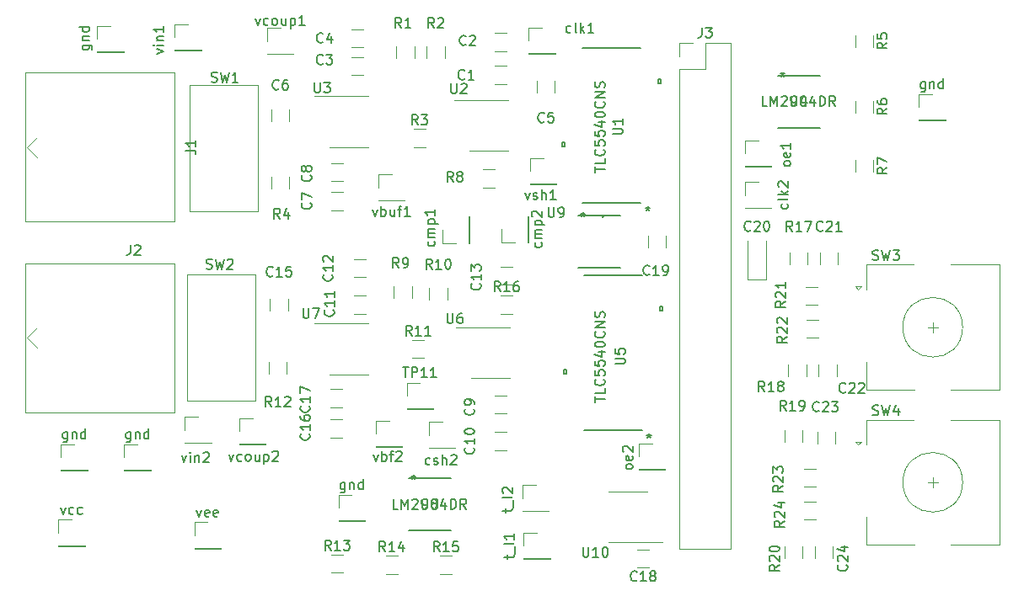
<source format=gto>
G04 #@! TF.GenerationSoftware,KiCad,Pcbnew,(5.1.2)-1*
G04 #@! TF.CreationDate,2020-01-12T12:33:47-08:00*
G04 #@! TF.ProjectId,o-scope test,6f2d7363-6f70-4652-9074-6573742e6b69,v01*
G04 #@! TF.SameCoordinates,Original*
G04 #@! TF.FileFunction,Legend,Top*
G04 #@! TF.FilePolarity,Positive*
%FSLAX46Y46*%
G04 Gerber Fmt 4.6, Leading zero omitted, Abs format (unit mm)*
G04 Created by KiCad (PCBNEW (5.1.2)-1) date 2020-01-12 12:33:47*
%MOMM*%
%LPD*%
G04 APERTURE LIST*
%ADD10C,0.152400*%
%ADD11C,0.120000*%
%ADD12C,0.150000*%
G04 APERTURE END LIST*
D10*
X158534100Y-97777300D02*
X162775900Y-97777300D01*
X162775900Y-92519500D02*
X158534100Y-92519500D01*
D11*
X135509000Y-108503400D02*
X137459000Y-108503400D01*
X135509000Y-108503400D02*
X133559000Y-108503400D01*
X135509000Y-103383400D02*
X137459000Y-103383400D01*
X135509000Y-103383400D02*
X132059000Y-103383400D01*
X149733000Y-103764400D02*
X146283000Y-103764400D01*
X149733000Y-103764400D02*
X151683000Y-103764400D01*
X149733000Y-108884400D02*
X147783000Y-108884400D01*
X149733000Y-108884400D02*
X151683000Y-108884400D01*
X149606000Y-86024400D02*
X151556000Y-86024400D01*
X149606000Y-86024400D02*
X147656000Y-86024400D01*
X149606000Y-80904400D02*
X151556000Y-80904400D01*
X149606000Y-80904400D02*
X146156000Y-80904400D01*
X135509000Y-80523400D02*
X132059000Y-80523400D01*
X135509000Y-80523400D02*
X137459000Y-80523400D01*
X135509000Y-85643400D02*
X133559000Y-85643400D01*
X135509000Y-85643400D02*
X137459000Y-85643400D01*
D10*
X164846000Y-75692000D02*
X159004000Y-75692000D01*
X159004000Y-91236800D02*
X164846000Y-91236800D01*
X166890700Y-79209900D02*
X166890700Y-78828900D01*
X166890700Y-78828900D02*
X166636700Y-78828900D01*
X166636700Y-78828900D02*
X166636700Y-79209900D01*
X166636700Y-79209900D02*
X166890700Y-79209900D01*
X156959300Y-85559900D02*
X156959300Y-85178900D01*
X156959300Y-85178900D02*
X157213300Y-85178900D01*
X157213300Y-85178900D02*
X157213300Y-85559900D01*
X157213300Y-85559900D02*
X156959300Y-85559900D01*
D11*
X134496500Y-120590000D02*
X135826500Y-120590000D01*
X134496500Y-121920000D02*
X134496500Y-120590000D01*
X134496500Y-123190000D02*
X137156500Y-123190000D01*
X137156500Y-123190000D02*
X137156500Y-123250000D01*
X134496500Y-123190000D02*
X134496500Y-123250000D01*
X134496500Y-123250000D02*
X137156500Y-123250000D01*
X141354500Y-109312400D02*
X142684500Y-109312400D01*
X141354500Y-110642400D02*
X141354500Y-109312400D01*
X141354500Y-111912400D02*
X144014500Y-111912400D01*
X144014500Y-111912400D02*
X144014500Y-111972400D01*
X141354500Y-111912400D02*
X141354500Y-111972400D01*
X141354500Y-111972400D02*
X144014500Y-111972400D01*
X175595000Y-95072400D02*
X175595000Y-98982400D01*
X175595000Y-98982400D02*
X177465000Y-98982400D01*
X177465000Y-98982400D02*
X177465000Y-95072400D01*
X151351064Y-77474400D02*
X150146936Y-77474400D01*
X151351064Y-79294400D02*
X150146936Y-79294400D01*
X151351064Y-75992400D02*
X150146936Y-75992400D01*
X151351064Y-74172400D02*
X150146936Y-74172400D01*
X137000064Y-76585400D02*
X135795936Y-76585400D01*
X137000064Y-78405400D02*
X135795936Y-78405400D01*
X137003064Y-73791400D02*
X135798936Y-73791400D01*
X137003064Y-75611400D02*
X135798936Y-75611400D01*
X154411000Y-78925336D02*
X154411000Y-80129464D01*
X156231000Y-78925336D02*
X156231000Y-80129464D01*
X129561000Y-83053464D02*
X129561000Y-81849336D01*
X127741000Y-83053464D02*
X127741000Y-81849336D01*
X133763936Y-90174400D02*
X134968064Y-90174400D01*
X133763936Y-91994400D02*
X134968064Y-91994400D01*
X133763936Y-87253400D02*
X134968064Y-87253400D01*
X133763936Y-89073400D02*
X134968064Y-89073400D01*
X151351064Y-112441400D02*
X150146936Y-112441400D01*
X151351064Y-110621400D02*
X150146936Y-110621400D01*
X151348064Y-114304400D02*
X150143936Y-114304400D01*
X151348064Y-116124400D02*
X150143936Y-116124400D01*
X137254064Y-102408400D02*
X136049936Y-102408400D01*
X137254064Y-100588400D02*
X136049936Y-100588400D01*
X137254064Y-98725400D02*
X136049936Y-98725400D01*
X137254064Y-96905400D02*
X136049936Y-96905400D01*
X151986064Y-99487400D02*
X150781936Y-99487400D01*
X151986064Y-97667400D02*
X150781936Y-97667400D01*
X127614000Y-102100464D02*
X127614000Y-100896336D01*
X129434000Y-102100464D02*
X129434000Y-100896336D01*
X133639936Y-114854400D02*
X134844064Y-114854400D01*
X133639936Y-113034400D02*
X134844064Y-113034400D01*
X133636936Y-109986400D02*
X134841064Y-109986400D01*
X133636936Y-111806400D02*
X134841064Y-111806400D01*
X165702064Y-126090000D02*
X164497936Y-126090000D01*
X165702064Y-127910000D02*
X164497936Y-127910000D01*
X165587000Y-94546336D02*
X165587000Y-95750464D01*
X167407000Y-94546336D02*
X167407000Y-95750464D01*
X184679000Y-97401464D02*
X184679000Y-96197336D01*
X182859000Y-97401464D02*
X182859000Y-96197336D01*
X182732000Y-107500336D02*
X182732000Y-108704464D01*
X184552000Y-107500336D02*
X184552000Y-108704464D01*
X184425000Y-115435464D02*
X184425000Y-114231336D01*
X182605000Y-115435464D02*
X182605000Y-114231336D01*
X184171000Y-125785336D02*
X184171000Y-126989464D01*
X182351000Y-125785336D02*
X182351000Y-126989464D01*
X103197000Y-85623400D02*
X104197000Y-84623400D01*
X103197000Y-85623400D02*
X104197000Y-86623400D01*
X117997000Y-93123400D02*
X102997000Y-93123400D01*
X117997000Y-78123400D02*
X117997000Y-93123400D01*
X102997000Y-78123400D02*
X117997000Y-78123400D01*
X102997000Y-93123400D02*
X102997000Y-78123400D01*
X102997000Y-112300400D02*
X102997000Y-97300400D01*
X102997000Y-97300400D02*
X117997000Y-97300400D01*
X117997000Y-97300400D02*
X117997000Y-112300400D01*
X117997000Y-112300400D02*
X102997000Y-112300400D01*
X103197000Y-104800400D02*
X104197000Y-105800400D01*
X103197000Y-104800400D02*
X104197000Y-103800400D01*
X168723000Y-126069400D02*
X173923000Y-126069400D01*
X168723000Y-77749400D02*
X168723000Y-126069400D01*
X173923000Y-75149400D02*
X173923000Y-126069400D01*
X168723000Y-77749400D02*
X171323000Y-77749400D01*
X171323000Y-77749400D02*
X171323000Y-75149400D01*
X171323000Y-75149400D02*
X173923000Y-75149400D01*
X168723000Y-76479400D02*
X168723000Y-75149400D01*
X168723000Y-75149400D02*
X170053000Y-75149400D01*
X140314000Y-75496336D02*
X140314000Y-76700464D01*
X142134000Y-75496336D02*
X142134000Y-76700464D01*
X143362000Y-76700464D02*
X143362000Y-75496336D01*
X145182000Y-76700464D02*
X145182000Y-75496336D01*
X142018936Y-83824400D02*
X143223064Y-83824400D01*
X142018936Y-85644400D02*
X143223064Y-85644400D01*
X127741000Y-88580336D02*
X127741000Y-89784464D01*
X129561000Y-88580336D02*
X129561000Y-89784464D01*
X188235000Y-74353336D02*
X188235000Y-75557464D01*
X186415000Y-74353336D02*
X186415000Y-75557464D01*
X186415000Y-80957336D02*
X186415000Y-82161464D01*
X188235000Y-80957336D02*
X188235000Y-82161464D01*
X186415000Y-86926336D02*
X186415000Y-88130464D01*
X188235000Y-86926336D02*
X188235000Y-88130464D01*
X149003936Y-87888400D02*
X150208064Y-87888400D01*
X149003936Y-89708400D02*
X150208064Y-89708400D01*
X140060000Y-99626336D02*
X140060000Y-100830464D01*
X141880000Y-99626336D02*
X141880000Y-100830464D01*
X145436000Y-100957464D02*
X145436000Y-99753336D01*
X143616000Y-100957464D02*
X143616000Y-99753336D01*
X141891936Y-105033400D02*
X143096064Y-105033400D01*
X141891936Y-106853400D02*
X143096064Y-106853400D01*
X127487000Y-107246336D02*
X127487000Y-108450464D01*
X129307000Y-107246336D02*
X129307000Y-108450464D01*
X133763936Y-126623400D02*
X134968064Y-126623400D01*
X133763936Y-128443400D02*
X134968064Y-128443400D01*
X139224936Y-128570400D02*
X140429064Y-128570400D01*
X139224936Y-126750400D02*
X140429064Y-126750400D01*
X144685936Y-126750400D02*
X145890064Y-126750400D01*
X144685936Y-128570400D02*
X145890064Y-128570400D01*
X150781936Y-100588400D02*
X151986064Y-100588400D01*
X150781936Y-102408400D02*
X151986064Y-102408400D01*
X181631000Y-96197336D02*
X181631000Y-97401464D01*
X179811000Y-96197336D02*
X179811000Y-97401464D01*
X181504000Y-108704464D02*
X181504000Y-107500336D01*
X179684000Y-108704464D02*
X179684000Y-107500336D01*
X181123000Y-114104336D02*
X181123000Y-115308464D01*
X179303000Y-114104336D02*
X179303000Y-115308464D01*
X179303000Y-126992464D02*
X179303000Y-125788336D01*
X181123000Y-126992464D02*
X181123000Y-125788336D01*
X182593064Y-101519400D02*
X181388936Y-101519400D01*
X182593064Y-99699400D02*
X181388936Y-99699400D01*
X181515936Y-104821400D02*
X182720064Y-104821400D01*
X181515936Y-103001400D02*
X182720064Y-103001400D01*
X182466064Y-117987400D02*
X181261936Y-117987400D01*
X182466064Y-119807400D02*
X181261936Y-119807400D01*
X181261936Y-123109400D02*
X182466064Y-123109400D01*
X181261936Y-121289400D02*
X182466064Y-121289400D01*
X126366000Y-79400400D02*
X119506000Y-79400400D01*
X126366000Y-92100400D02*
X119506000Y-92100400D01*
X126366000Y-92100400D02*
X126366000Y-79400400D01*
X119506000Y-92100400D02*
X119506000Y-79400400D01*
X119252000Y-111150400D02*
X119252000Y-98450400D01*
X126112000Y-111150400D02*
X126112000Y-98450400D01*
X126112000Y-111150400D02*
X119252000Y-111150400D01*
X126112000Y-98450400D02*
X119252000Y-98450400D01*
X193690000Y-103744400D02*
X194690000Y-103744400D01*
X194190000Y-103244400D02*
X194190000Y-104244400D01*
X186990000Y-99644400D02*
X186690000Y-99944400D01*
X186390000Y-99644400D02*
X186990000Y-99644400D01*
X186690000Y-99944400D02*
X186390000Y-99644400D01*
X187490000Y-97444400D02*
X187490000Y-99944400D01*
X192290000Y-97444400D02*
X187490000Y-97444400D01*
X187490000Y-110044400D02*
X187490000Y-107244400D01*
X192390000Y-110044400D02*
X187490000Y-110044400D01*
X200890000Y-110044400D02*
X195990000Y-110044400D01*
X200890000Y-97444400D02*
X200890000Y-110044400D01*
X195990000Y-97444400D02*
X200890000Y-97444400D01*
X197190000Y-103744400D02*
G75*
G03X197190000Y-103744400I-3000000J0D01*
G01*
X197190000Y-119340000D02*
G75*
G03X197190000Y-119340000I-3000000J0D01*
G01*
X195990000Y-113040000D02*
X200890000Y-113040000D01*
X200890000Y-113040000D02*
X200890000Y-125640000D01*
X200890000Y-125640000D02*
X195990000Y-125640000D01*
X192390000Y-125640000D02*
X187490000Y-125640000D01*
X187490000Y-125640000D02*
X187490000Y-122840000D01*
X192290000Y-113040000D02*
X187490000Y-113040000D01*
X187490000Y-113040000D02*
X187490000Y-115540000D01*
X186690000Y-115540000D02*
X186390000Y-115240000D01*
X186390000Y-115240000D02*
X186990000Y-115240000D01*
X186990000Y-115240000D02*
X186690000Y-115540000D01*
X194190000Y-118840000D02*
X194190000Y-119840000D01*
X193690000Y-119340000D02*
X194690000Y-119340000D01*
X175327000Y-87588400D02*
X177987000Y-87588400D01*
X175327000Y-87528400D02*
X175327000Y-87588400D01*
X177987000Y-87528400D02*
X177987000Y-87588400D01*
X175327000Y-87528400D02*
X177987000Y-87528400D01*
X175327000Y-86258400D02*
X175327000Y-84928400D01*
X175327000Y-84928400D02*
X176657000Y-84928400D01*
X192789500Y-82952900D02*
X195449500Y-82952900D01*
X192789500Y-82892900D02*
X192789500Y-82952900D01*
X195449500Y-82892900D02*
X195449500Y-82952900D01*
X192789500Y-82892900D02*
X195449500Y-82892900D01*
X192789500Y-81622900D02*
X192789500Y-80292900D01*
X192789500Y-80292900D02*
X194119500Y-80292900D01*
X106620000Y-115510000D02*
X107950000Y-115510000D01*
X106620000Y-116840000D02*
X106620000Y-115510000D01*
X106620000Y-118110000D02*
X109280000Y-118110000D01*
X109280000Y-118110000D02*
X109280000Y-118170000D01*
X106620000Y-118110000D02*
X106620000Y-118170000D01*
X106620000Y-118170000D02*
X109280000Y-118170000D01*
X112970000Y-118170000D02*
X115630000Y-118170000D01*
X112970000Y-118110000D02*
X112970000Y-118170000D01*
X115630000Y-118110000D02*
X115630000Y-118170000D01*
X112970000Y-118110000D02*
X115630000Y-118110000D01*
X112970000Y-116840000D02*
X112970000Y-115510000D01*
X112970000Y-115510000D02*
X114300000Y-115510000D01*
X110239500Y-73434900D02*
X111569500Y-73434900D01*
X110239500Y-74764900D02*
X110239500Y-73434900D01*
X110239500Y-76034900D02*
X112899500Y-76034900D01*
X112899500Y-76034900D02*
X112899500Y-76094900D01*
X110239500Y-76034900D02*
X110239500Y-76094900D01*
X110239500Y-76094900D02*
X112899500Y-76094900D01*
X120018500Y-123345900D02*
X121348500Y-123345900D01*
X120018500Y-124675900D02*
X120018500Y-123345900D01*
X120018500Y-125945900D02*
X122678500Y-125945900D01*
X122678500Y-125945900D02*
X122678500Y-126005900D01*
X120018500Y-125945900D02*
X120018500Y-126005900D01*
X120018500Y-126005900D02*
X122678500Y-126005900D01*
X106366000Y-123091900D02*
X107696000Y-123091900D01*
X106366000Y-124421900D02*
X106366000Y-123091900D01*
X106366000Y-125691900D02*
X109026000Y-125691900D01*
X109026000Y-125691900D02*
X109026000Y-125751900D01*
X106366000Y-125691900D02*
X106366000Y-125751900D01*
X106366000Y-125751900D02*
X109026000Y-125751900D01*
X153102000Y-124400000D02*
X154432000Y-124400000D01*
X153102000Y-125730000D02*
X153102000Y-124400000D01*
X153102000Y-127000000D02*
X155762000Y-127000000D01*
X155762000Y-127000000D02*
X155762000Y-127060000D01*
X153102000Y-127000000D02*
X153102000Y-127060000D01*
X153102000Y-127060000D02*
X155762000Y-127060000D01*
X152975000Y-122259400D02*
X155635000Y-122259400D01*
X152975000Y-122199400D02*
X152975000Y-122259400D01*
X155635000Y-122199400D02*
X155635000Y-122259400D01*
X152975000Y-122199400D02*
X155635000Y-122199400D01*
X152975000Y-120929400D02*
X152975000Y-119599400D01*
X152975000Y-119599400D02*
X154305000Y-119599400D01*
X118050000Y-73244400D02*
X119380000Y-73244400D01*
X118050000Y-74574400D02*
X118050000Y-73244400D01*
X118050000Y-75844400D02*
X120710000Y-75844400D01*
X120710000Y-75844400D02*
X120710000Y-75904400D01*
X118050000Y-75844400D02*
X118050000Y-75904400D01*
X118050000Y-75904400D02*
X120710000Y-75904400D01*
X127321000Y-73625400D02*
X128651000Y-73625400D01*
X127321000Y-74955400D02*
X127321000Y-73625400D01*
X127321000Y-76225400D02*
X129981000Y-76225400D01*
X129981000Y-76225400D02*
X129981000Y-76285400D01*
X127321000Y-76225400D02*
X127321000Y-76285400D01*
X127321000Y-76285400D02*
X129981000Y-76285400D01*
X153737000Y-89366400D02*
X156397000Y-89366400D01*
X153737000Y-89306400D02*
X153737000Y-89366400D01*
X156397000Y-89306400D02*
X156397000Y-89366400D01*
X153737000Y-89306400D02*
X156397000Y-89306400D01*
X153737000Y-88036400D02*
X153737000Y-86706400D01*
X153737000Y-86706400D02*
X155067000Y-86706400D01*
X153610000Y-76260000D02*
X156270000Y-76260000D01*
X153610000Y-76200000D02*
X153610000Y-76260000D01*
X156270000Y-76200000D02*
X156270000Y-76260000D01*
X153610000Y-76200000D02*
X156270000Y-76200000D01*
X153610000Y-74930000D02*
X153610000Y-73600000D01*
X153610000Y-73600000D02*
X154940000Y-73600000D01*
X138497000Y-88357400D02*
X139827000Y-88357400D01*
X138497000Y-89687400D02*
X138497000Y-88357400D01*
X138497000Y-90957400D02*
X141157000Y-90957400D01*
X141157000Y-90957400D02*
X141157000Y-91017400D01*
X138497000Y-90957400D02*
X138497000Y-91017400D01*
X138497000Y-91017400D02*
X141157000Y-91017400D01*
X164659000Y-118068400D02*
X167319000Y-118068400D01*
X164659000Y-118008400D02*
X164659000Y-118068400D01*
X167319000Y-118008400D02*
X167319000Y-118068400D01*
X164659000Y-118008400D02*
X167319000Y-118008400D01*
X164659000Y-116738400D02*
X164659000Y-115408400D01*
X164659000Y-115408400D02*
X165989000Y-115408400D01*
X119066000Y-112741400D02*
X120396000Y-112741400D01*
X119066000Y-114071400D02*
X119066000Y-112741400D01*
X119066000Y-115341400D02*
X121726000Y-115341400D01*
X121726000Y-115341400D02*
X121726000Y-115401400D01*
X119066000Y-115341400D02*
X119066000Y-115401400D01*
X119066000Y-115401400D02*
X121726000Y-115401400D01*
X124527000Y-112868400D02*
X125857000Y-112868400D01*
X124527000Y-114198400D02*
X124527000Y-112868400D01*
X124527000Y-115468400D02*
X127187000Y-115468400D01*
X127187000Y-115468400D02*
X127187000Y-115528400D01*
X124527000Y-115468400D02*
X124527000Y-115528400D01*
X124527000Y-115528400D02*
X127187000Y-115528400D01*
X143577000Y-113249400D02*
X144907000Y-113249400D01*
X143577000Y-114579400D02*
X143577000Y-113249400D01*
X143577000Y-115849400D02*
X146237000Y-115849400D01*
X146237000Y-115849400D02*
X146237000Y-115909400D01*
X143577000Y-115849400D02*
X143577000Y-115909400D01*
X143577000Y-115909400D02*
X146237000Y-115909400D01*
X175327000Y-91779400D02*
X177987000Y-91779400D01*
X175327000Y-91719400D02*
X175327000Y-91779400D01*
X177987000Y-91719400D02*
X177987000Y-91779400D01*
X175327000Y-91719400D02*
X177987000Y-91719400D01*
X175327000Y-90449400D02*
X175327000Y-89119400D01*
X175327000Y-89119400D02*
X176657000Y-89119400D01*
X138243000Y-115782400D02*
X140903000Y-115782400D01*
X138243000Y-115722400D02*
X138243000Y-115782400D01*
X140903000Y-115722400D02*
X140903000Y-115782400D01*
X138243000Y-115722400D02*
X140903000Y-115722400D01*
X138243000Y-114452400D02*
X138243000Y-113122400D01*
X138243000Y-113122400D02*
X139573000Y-113122400D01*
X144974000Y-95271900D02*
X144974000Y-93941900D01*
X146304000Y-95271900D02*
X144974000Y-95271900D01*
X147574000Y-95271900D02*
X147574000Y-92611900D01*
X147574000Y-92611900D02*
X147634000Y-92611900D01*
X147574000Y-95271900D02*
X147634000Y-95271900D01*
X147634000Y-95271900D02*
X147634000Y-92611900D01*
X153539500Y-95208400D02*
X153539500Y-92548400D01*
X153479500Y-95208400D02*
X153539500Y-95208400D01*
X153479500Y-92548400D02*
X153539500Y-92548400D01*
X153479500Y-95208400D02*
X153479500Y-92548400D01*
X152209500Y-95208400D02*
X150879500Y-95208400D01*
X150879500Y-95208400D02*
X150879500Y-93878400D01*
D10*
X182841900Y-78422500D02*
X178600100Y-78422500D01*
X178600100Y-83680300D02*
X182841900Y-83680300D01*
X164973000Y-98552000D02*
X159131000Y-98552000D01*
X159131000Y-114096800D02*
X164973000Y-114096800D01*
X167017700Y-102069900D02*
X167017700Y-101688900D01*
X167017700Y-101688900D02*
X166763700Y-101688900D01*
X166763700Y-101688900D02*
X166763700Y-102069900D01*
X166763700Y-102069900D02*
X167017700Y-102069900D01*
X157086300Y-108419900D02*
X157086300Y-108038900D01*
X157086300Y-108038900D02*
X157340300Y-108038900D01*
X157340300Y-108038900D02*
X157340300Y-108419900D01*
X157340300Y-108419900D02*
X157086300Y-108419900D01*
X141516100Y-124193300D02*
X145757900Y-124193300D01*
X145757900Y-118935500D02*
X141516100Y-118935500D01*
D11*
X163576000Y-120274400D02*
X161626000Y-120274400D01*
X163576000Y-120274400D02*
X165526000Y-120274400D01*
X163576000Y-125394400D02*
X161626000Y-125394400D01*
X163576000Y-125394400D02*
X167026000Y-125394400D01*
D12*
X155575095Y-91679780D02*
X155575095Y-92489304D01*
X155622714Y-92584542D01*
X155670333Y-92632161D01*
X155765571Y-92679780D01*
X155956047Y-92679780D01*
X156051285Y-92632161D01*
X156098904Y-92584542D01*
X156146523Y-92489304D01*
X156146523Y-91679780D01*
X156670333Y-92679780D02*
X156860809Y-92679780D01*
X156956047Y-92632161D01*
X157003666Y-92584542D01*
X157098904Y-92441685D01*
X157146523Y-92251209D01*
X157146523Y-91870257D01*
X157098904Y-91775019D01*
X157051285Y-91727400D01*
X156956047Y-91679780D01*
X156765571Y-91679780D01*
X156670333Y-91727400D01*
X156622714Y-91775019D01*
X156575095Y-91870257D01*
X156575095Y-92108352D01*
X156622714Y-92203590D01*
X156670333Y-92251209D01*
X156765571Y-92298828D01*
X156956047Y-92298828D01*
X157051285Y-92251209D01*
X157098904Y-92203590D01*
X157146523Y-92108352D01*
X161012142Y-92608400D02*
X161059761Y-92560780D01*
X161107380Y-92608400D01*
X161059761Y-92656019D01*
X161012142Y-92608400D01*
X161107380Y-92608400D01*
X159042100Y-92175080D02*
X159042100Y-92413176D01*
X158804004Y-92317938D02*
X159042100Y-92413176D01*
X159280195Y-92317938D01*
X158899242Y-92603652D02*
X159042100Y-92413176D01*
X159184957Y-92603652D01*
X159042100Y-92175080D02*
X159042100Y-92413176D01*
X158804004Y-92317938D02*
X159042100Y-92413176D01*
X159280195Y-92317938D01*
X158899242Y-92603652D02*
X159042100Y-92413176D01*
X159184957Y-92603652D01*
X130937095Y-101839780D02*
X130937095Y-102649304D01*
X130984714Y-102744542D01*
X131032333Y-102792161D01*
X131127571Y-102839780D01*
X131318047Y-102839780D01*
X131413285Y-102792161D01*
X131460904Y-102744542D01*
X131508523Y-102649304D01*
X131508523Y-101839780D01*
X131889476Y-101839780D02*
X132556142Y-101839780D01*
X132127571Y-102839780D01*
X145415095Y-102347780D02*
X145415095Y-103157304D01*
X145462714Y-103252542D01*
X145510333Y-103300161D01*
X145605571Y-103347780D01*
X145796047Y-103347780D01*
X145891285Y-103300161D01*
X145938904Y-103252542D01*
X145986523Y-103157304D01*
X145986523Y-102347780D01*
X146891285Y-102347780D02*
X146700809Y-102347780D01*
X146605571Y-102395400D01*
X146557952Y-102443019D01*
X146462714Y-102585876D01*
X146415095Y-102776352D01*
X146415095Y-103157304D01*
X146462714Y-103252542D01*
X146510333Y-103300161D01*
X146605571Y-103347780D01*
X146796047Y-103347780D01*
X146891285Y-103300161D01*
X146938904Y-103252542D01*
X146986523Y-103157304D01*
X146986523Y-102919209D01*
X146938904Y-102823971D01*
X146891285Y-102776352D01*
X146796047Y-102728733D01*
X146605571Y-102728733D01*
X146510333Y-102776352D01*
X146462714Y-102823971D01*
X146415095Y-102919209D01*
X145796095Y-79233780D02*
X145796095Y-80043304D01*
X145843714Y-80138542D01*
X145891333Y-80186161D01*
X145986571Y-80233780D01*
X146177047Y-80233780D01*
X146272285Y-80186161D01*
X146319904Y-80138542D01*
X146367523Y-80043304D01*
X146367523Y-79233780D01*
X146796095Y-79329019D02*
X146843714Y-79281400D01*
X146938952Y-79233780D01*
X147177047Y-79233780D01*
X147272285Y-79281400D01*
X147319904Y-79329019D01*
X147367523Y-79424257D01*
X147367523Y-79519495D01*
X147319904Y-79662352D01*
X146748476Y-80233780D01*
X147367523Y-80233780D01*
X132080095Y-79135780D02*
X132080095Y-79945304D01*
X132127714Y-80040542D01*
X132175333Y-80088161D01*
X132270571Y-80135780D01*
X132461047Y-80135780D01*
X132556285Y-80088161D01*
X132603904Y-80040542D01*
X132651523Y-79945304D01*
X132651523Y-79135780D01*
X133032476Y-79135780D02*
X133651523Y-79135780D01*
X133318190Y-79516733D01*
X133461047Y-79516733D01*
X133556285Y-79564352D01*
X133603904Y-79611971D01*
X133651523Y-79707209D01*
X133651523Y-79945304D01*
X133603904Y-80040542D01*
X133556285Y-80088161D01*
X133461047Y-80135780D01*
X133175333Y-80135780D01*
X133080095Y-80088161D01*
X133032476Y-80040542D01*
X162012380Y-84327904D02*
X162821904Y-84327904D01*
X162917142Y-84280285D01*
X162964761Y-84232666D01*
X163012380Y-84137428D01*
X163012380Y-83946952D01*
X162964761Y-83851714D01*
X162917142Y-83804095D01*
X162821904Y-83756476D01*
X162012380Y-83756476D01*
X163012380Y-82756476D02*
X163012380Y-83327904D01*
X163012380Y-83042190D02*
X162012380Y-83042190D01*
X162155238Y-83137428D01*
X162250476Y-83232666D01*
X162298095Y-83327904D01*
X160234380Y-88161238D02*
X160234380Y-87589809D01*
X161234380Y-87875523D02*
X160234380Y-87875523D01*
X161234380Y-86780285D02*
X161234380Y-87256476D01*
X160234380Y-87256476D01*
X161139142Y-85875523D02*
X161186761Y-85923142D01*
X161234380Y-86066000D01*
X161234380Y-86161238D01*
X161186761Y-86304095D01*
X161091523Y-86399333D01*
X160996285Y-86446952D01*
X160805809Y-86494571D01*
X160662952Y-86494571D01*
X160472476Y-86446952D01*
X160377238Y-86399333D01*
X160282000Y-86304095D01*
X160234380Y-86161238D01*
X160234380Y-86066000D01*
X160282000Y-85923142D01*
X160329619Y-85875523D01*
X160234380Y-84970761D02*
X160234380Y-85446952D01*
X160710571Y-85494571D01*
X160662952Y-85446952D01*
X160615333Y-85351714D01*
X160615333Y-85113619D01*
X160662952Y-85018380D01*
X160710571Y-84970761D01*
X160805809Y-84923142D01*
X161043904Y-84923142D01*
X161139142Y-84970761D01*
X161186761Y-85018380D01*
X161234380Y-85113619D01*
X161234380Y-85351714D01*
X161186761Y-85446952D01*
X161139142Y-85494571D01*
X160234380Y-84018380D02*
X160234380Y-84494571D01*
X160710571Y-84542190D01*
X160662952Y-84494571D01*
X160615333Y-84399333D01*
X160615333Y-84161238D01*
X160662952Y-84066000D01*
X160710571Y-84018380D01*
X160805809Y-83970761D01*
X161043904Y-83970761D01*
X161139142Y-84018380D01*
X161186761Y-84066000D01*
X161234380Y-84161238D01*
X161234380Y-84399333D01*
X161186761Y-84494571D01*
X161139142Y-84542190D01*
X160567714Y-83113619D02*
X161234380Y-83113619D01*
X160186761Y-83351714D02*
X160901047Y-83589809D01*
X160901047Y-82970761D01*
X160234380Y-82399333D02*
X160234380Y-82304095D01*
X160282000Y-82208857D01*
X160329619Y-82161238D01*
X160424857Y-82113619D01*
X160615333Y-82066000D01*
X160853428Y-82066000D01*
X161043904Y-82113619D01*
X161139142Y-82161238D01*
X161186761Y-82208857D01*
X161234380Y-82304095D01*
X161234380Y-82399333D01*
X161186761Y-82494571D01*
X161139142Y-82542190D01*
X161043904Y-82589809D01*
X160853428Y-82637428D01*
X160615333Y-82637428D01*
X160424857Y-82589809D01*
X160329619Y-82542190D01*
X160282000Y-82494571D01*
X160234380Y-82399333D01*
X161139142Y-81066000D02*
X161186761Y-81113619D01*
X161234380Y-81256476D01*
X161234380Y-81351714D01*
X161186761Y-81494571D01*
X161091523Y-81589809D01*
X160996285Y-81637428D01*
X160805809Y-81685047D01*
X160662952Y-81685047D01*
X160472476Y-81637428D01*
X160377238Y-81589809D01*
X160282000Y-81494571D01*
X160234380Y-81351714D01*
X160234380Y-81256476D01*
X160282000Y-81113619D01*
X160329619Y-81066000D01*
X161234380Y-80637428D02*
X160234380Y-80637428D01*
X161234380Y-80066000D01*
X160234380Y-80066000D01*
X161186761Y-79637428D02*
X161234380Y-79494571D01*
X161234380Y-79256476D01*
X161186761Y-79161238D01*
X161139142Y-79113619D01*
X161043904Y-79066000D01*
X160948666Y-79066000D01*
X160853428Y-79113619D01*
X160805809Y-79161238D01*
X160758190Y-79256476D01*
X160710571Y-79446952D01*
X160662952Y-79542190D01*
X160615333Y-79589809D01*
X160520095Y-79637428D01*
X160424857Y-79637428D01*
X160329619Y-79589809D01*
X160282000Y-79542190D01*
X160234380Y-79446952D01*
X160234380Y-79208857D01*
X160282000Y-79066000D01*
X165557200Y-91603580D02*
X165557200Y-91841676D01*
X165319104Y-91746438D02*
X165557200Y-91841676D01*
X165795295Y-91746438D01*
X165414342Y-92032152D02*
X165557200Y-91841676D01*
X165700057Y-92032152D01*
X165557200Y-91603580D02*
X165557200Y-91841676D01*
X165319104Y-91746438D02*
X165557200Y-91841676D01*
X165795295Y-91746438D01*
X165414342Y-92032152D02*
X165557200Y-91841676D01*
X165700057Y-92032152D01*
X135136023Y-119375714D02*
X135136023Y-120185238D01*
X135088404Y-120280476D01*
X135040785Y-120328095D01*
X134945547Y-120375714D01*
X134802690Y-120375714D01*
X134707452Y-120328095D01*
X135136023Y-119994761D02*
X135040785Y-120042380D01*
X134850309Y-120042380D01*
X134755071Y-119994761D01*
X134707452Y-119947142D01*
X134659833Y-119851904D01*
X134659833Y-119566190D01*
X134707452Y-119470952D01*
X134755071Y-119423333D01*
X134850309Y-119375714D01*
X135040785Y-119375714D01*
X135136023Y-119423333D01*
X135612214Y-119375714D02*
X135612214Y-120042380D01*
X135612214Y-119470952D02*
X135659833Y-119423333D01*
X135755071Y-119375714D01*
X135897928Y-119375714D01*
X135993166Y-119423333D01*
X136040785Y-119518571D01*
X136040785Y-120042380D01*
X136945547Y-120042380D02*
X136945547Y-119042380D01*
X136945547Y-119994761D02*
X136850309Y-120042380D01*
X136659833Y-120042380D01*
X136564595Y-119994761D01*
X136516976Y-119947142D01*
X136469357Y-119851904D01*
X136469357Y-119566190D01*
X136516976Y-119470952D01*
X136564595Y-119423333D01*
X136659833Y-119375714D01*
X136850309Y-119375714D01*
X136945547Y-119423333D01*
X140946404Y-107764780D02*
X141517833Y-107764780D01*
X141232119Y-108764780D02*
X141232119Y-107764780D01*
X141851166Y-108764780D02*
X141851166Y-107764780D01*
X142232119Y-107764780D01*
X142327357Y-107812400D01*
X142374976Y-107860019D01*
X142422595Y-107955257D01*
X142422595Y-108098114D01*
X142374976Y-108193352D01*
X142327357Y-108240971D01*
X142232119Y-108288590D01*
X141851166Y-108288590D01*
X143374976Y-108764780D02*
X142803547Y-108764780D01*
X143089261Y-108764780D02*
X143089261Y-107764780D01*
X142994023Y-107907638D01*
X142898785Y-108002876D01*
X142803547Y-108050495D01*
X144327357Y-108764780D02*
X143755928Y-108764780D01*
X144041642Y-108764780D02*
X144041642Y-107764780D01*
X143946404Y-107907638D01*
X143851166Y-108002876D01*
X143755928Y-108050495D01*
X175887142Y-93981542D02*
X175839523Y-94029161D01*
X175696666Y-94076780D01*
X175601428Y-94076780D01*
X175458571Y-94029161D01*
X175363333Y-93933923D01*
X175315714Y-93838685D01*
X175268095Y-93648209D01*
X175268095Y-93505352D01*
X175315714Y-93314876D01*
X175363333Y-93219638D01*
X175458571Y-93124400D01*
X175601428Y-93076780D01*
X175696666Y-93076780D01*
X175839523Y-93124400D01*
X175887142Y-93172019D01*
X176268095Y-93172019D02*
X176315714Y-93124400D01*
X176410952Y-93076780D01*
X176649047Y-93076780D01*
X176744285Y-93124400D01*
X176791904Y-93172019D01*
X176839523Y-93267257D01*
X176839523Y-93362495D01*
X176791904Y-93505352D01*
X176220476Y-94076780D01*
X176839523Y-94076780D01*
X177458571Y-93076780D02*
X177553809Y-93076780D01*
X177649047Y-93124400D01*
X177696666Y-93172019D01*
X177744285Y-93267257D01*
X177791904Y-93457733D01*
X177791904Y-93695828D01*
X177744285Y-93886304D01*
X177696666Y-93981542D01*
X177649047Y-94029161D01*
X177553809Y-94076780D01*
X177458571Y-94076780D01*
X177363333Y-94029161D01*
X177315714Y-93981542D01*
X177268095Y-93886304D01*
X177220476Y-93695828D01*
X177220476Y-93457733D01*
X177268095Y-93267257D01*
X177315714Y-93172019D01*
X177363333Y-93124400D01*
X177458571Y-93076780D01*
X147153333Y-78741542D02*
X147105714Y-78789161D01*
X146962857Y-78836780D01*
X146867619Y-78836780D01*
X146724761Y-78789161D01*
X146629523Y-78693923D01*
X146581904Y-78598685D01*
X146534285Y-78408209D01*
X146534285Y-78265352D01*
X146581904Y-78074876D01*
X146629523Y-77979638D01*
X146724761Y-77884400D01*
X146867619Y-77836780D01*
X146962857Y-77836780D01*
X147105714Y-77884400D01*
X147153333Y-77932019D01*
X148105714Y-78836780D02*
X147534285Y-78836780D01*
X147820000Y-78836780D02*
X147820000Y-77836780D01*
X147724761Y-77979638D01*
X147629523Y-78074876D01*
X147534285Y-78122495D01*
X147280333Y-75312542D02*
X147232714Y-75360161D01*
X147089857Y-75407780D01*
X146994619Y-75407780D01*
X146851761Y-75360161D01*
X146756523Y-75264923D01*
X146708904Y-75169685D01*
X146661285Y-74979209D01*
X146661285Y-74836352D01*
X146708904Y-74645876D01*
X146756523Y-74550638D01*
X146851761Y-74455400D01*
X146994619Y-74407780D01*
X147089857Y-74407780D01*
X147232714Y-74455400D01*
X147280333Y-74503019D01*
X147661285Y-74503019D02*
X147708904Y-74455400D01*
X147804142Y-74407780D01*
X148042238Y-74407780D01*
X148137476Y-74455400D01*
X148185095Y-74503019D01*
X148232714Y-74598257D01*
X148232714Y-74693495D01*
X148185095Y-74836352D01*
X147613666Y-75407780D01*
X148232714Y-75407780D01*
X132929333Y-77217542D02*
X132881714Y-77265161D01*
X132738857Y-77312780D01*
X132643619Y-77312780D01*
X132500761Y-77265161D01*
X132405523Y-77169923D01*
X132357904Y-77074685D01*
X132310285Y-76884209D01*
X132310285Y-76741352D01*
X132357904Y-76550876D01*
X132405523Y-76455638D01*
X132500761Y-76360400D01*
X132643619Y-76312780D01*
X132738857Y-76312780D01*
X132881714Y-76360400D01*
X132929333Y-76408019D01*
X133262666Y-76312780D02*
X133881714Y-76312780D01*
X133548380Y-76693733D01*
X133691238Y-76693733D01*
X133786476Y-76741352D01*
X133834095Y-76788971D01*
X133881714Y-76884209D01*
X133881714Y-77122304D01*
X133834095Y-77217542D01*
X133786476Y-77265161D01*
X133691238Y-77312780D01*
X133405523Y-77312780D01*
X133310285Y-77265161D01*
X133262666Y-77217542D01*
X132929333Y-75058542D02*
X132881714Y-75106161D01*
X132738857Y-75153780D01*
X132643619Y-75153780D01*
X132500761Y-75106161D01*
X132405523Y-75010923D01*
X132357904Y-74915685D01*
X132310285Y-74725209D01*
X132310285Y-74582352D01*
X132357904Y-74391876D01*
X132405523Y-74296638D01*
X132500761Y-74201400D01*
X132643619Y-74153780D01*
X132738857Y-74153780D01*
X132881714Y-74201400D01*
X132929333Y-74249019D01*
X133786476Y-74487114D02*
X133786476Y-75153780D01*
X133548380Y-74106161D02*
X133310285Y-74820447D01*
X133929333Y-74820447D01*
X155154333Y-83059542D02*
X155106714Y-83107161D01*
X154963857Y-83154780D01*
X154868619Y-83154780D01*
X154725761Y-83107161D01*
X154630523Y-83011923D01*
X154582904Y-82916685D01*
X154535285Y-82726209D01*
X154535285Y-82583352D01*
X154582904Y-82392876D01*
X154630523Y-82297638D01*
X154725761Y-82202400D01*
X154868619Y-82154780D01*
X154963857Y-82154780D01*
X155106714Y-82202400D01*
X155154333Y-82250019D01*
X156059095Y-82154780D02*
X155582904Y-82154780D01*
X155535285Y-82630971D01*
X155582904Y-82583352D01*
X155678142Y-82535733D01*
X155916238Y-82535733D01*
X156011476Y-82583352D01*
X156059095Y-82630971D01*
X156106714Y-82726209D01*
X156106714Y-82964304D01*
X156059095Y-83059542D01*
X156011476Y-83107161D01*
X155916238Y-83154780D01*
X155678142Y-83154780D01*
X155582904Y-83107161D01*
X155535285Y-83059542D01*
X128484333Y-79760542D02*
X128436714Y-79808161D01*
X128293857Y-79855780D01*
X128198619Y-79855780D01*
X128055761Y-79808161D01*
X127960523Y-79712923D01*
X127912904Y-79617685D01*
X127865285Y-79427209D01*
X127865285Y-79284352D01*
X127912904Y-79093876D01*
X127960523Y-78998638D01*
X128055761Y-78903400D01*
X128198619Y-78855780D01*
X128293857Y-78855780D01*
X128436714Y-78903400D01*
X128484333Y-78951019D01*
X129341476Y-78855780D02*
X129151000Y-78855780D01*
X129055761Y-78903400D01*
X129008142Y-78951019D01*
X128912904Y-79093876D01*
X128865285Y-79284352D01*
X128865285Y-79665304D01*
X128912904Y-79760542D01*
X128960523Y-79808161D01*
X129055761Y-79855780D01*
X129246238Y-79855780D01*
X129341476Y-79808161D01*
X129389095Y-79760542D01*
X129436714Y-79665304D01*
X129436714Y-79427209D01*
X129389095Y-79331971D01*
X129341476Y-79284352D01*
X129246238Y-79236733D01*
X129055761Y-79236733D01*
X128960523Y-79284352D01*
X128912904Y-79331971D01*
X128865285Y-79427209D01*
X131675142Y-91251066D02*
X131722761Y-91298685D01*
X131770380Y-91441542D01*
X131770380Y-91536780D01*
X131722761Y-91679638D01*
X131627523Y-91774876D01*
X131532285Y-91822495D01*
X131341809Y-91870114D01*
X131198952Y-91870114D01*
X131008476Y-91822495D01*
X130913238Y-91774876D01*
X130818000Y-91679638D01*
X130770380Y-91536780D01*
X130770380Y-91441542D01*
X130818000Y-91298685D01*
X130865619Y-91251066D01*
X130770380Y-90917733D02*
X130770380Y-90251066D01*
X131770380Y-90679638D01*
X131675142Y-88457066D02*
X131722761Y-88504685D01*
X131770380Y-88647542D01*
X131770380Y-88742780D01*
X131722761Y-88885638D01*
X131627523Y-88980876D01*
X131532285Y-89028495D01*
X131341809Y-89076114D01*
X131198952Y-89076114D01*
X131008476Y-89028495D01*
X130913238Y-88980876D01*
X130818000Y-88885638D01*
X130770380Y-88742780D01*
X130770380Y-88647542D01*
X130818000Y-88504685D01*
X130865619Y-88457066D01*
X131198952Y-87885638D02*
X131151333Y-87980876D01*
X131103714Y-88028495D01*
X131008476Y-88076114D01*
X130960857Y-88076114D01*
X130865619Y-88028495D01*
X130818000Y-87980876D01*
X130770380Y-87885638D01*
X130770380Y-87695161D01*
X130818000Y-87599923D01*
X130865619Y-87552304D01*
X130960857Y-87504685D01*
X131008476Y-87504685D01*
X131103714Y-87552304D01*
X131151333Y-87599923D01*
X131198952Y-87695161D01*
X131198952Y-87885638D01*
X131246571Y-87980876D01*
X131294190Y-88028495D01*
X131389428Y-88076114D01*
X131579904Y-88076114D01*
X131675142Y-88028495D01*
X131722761Y-87980876D01*
X131770380Y-87885638D01*
X131770380Y-87695161D01*
X131722761Y-87599923D01*
X131675142Y-87552304D01*
X131579904Y-87504685D01*
X131389428Y-87504685D01*
X131294190Y-87552304D01*
X131246571Y-87599923D01*
X131198952Y-87695161D01*
X148058142Y-111952066D02*
X148105761Y-111999685D01*
X148153380Y-112142542D01*
X148153380Y-112237780D01*
X148105761Y-112380638D01*
X148010523Y-112475876D01*
X147915285Y-112523495D01*
X147724809Y-112571114D01*
X147581952Y-112571114D01*
X147391476Y-112523495D01*
X147296238Y-112475876D01*
X147201000Y-112380638D01*
X147153380Y-112237780D01*
X147153380Y-112142542D01*
X147201000Y-111999685D01*
X147248619Y-111952066D01*
X148153380Y-111475876D02*
X148153380Y-111285400D01*
X148105761Y-111190161D01*
X148058142Y-111142542D01*
X147915285Y-111047304D01*
X147724809Y-110999685D01*
X147343857Y-110999685D01*
X147248619Y-111047304D01*
X147201000Y-111094923D01*
X147153380Y-111190161D01*
X147153380Y-111380638D01*
X147201000Y-111475876D01*
X147248619Y-111523495D01*
X147343857Y-111571114D01*
X147581952Y-111571114D01*
X147677190Y-111523495D01*
X147724809Y-111475876D01*
X147772428Y-111380638D01*
X147772428Y-111190161D01*
X147724809Y-111094923D01*
X147677190Y-111047304D01*
X147581952Y-110999685D01*
X148058142Y-115857257D02*
X148105761Y-115904876D01*
X148153380Y-116047733D01*
X148153380Y-116142971D01*
X148105761Y-116285828D01*
X148010523Y-116381066D01*
X147915285Y-116428685D01*
X147724809Y-116476304D01*
X147581952Y-116476304D01*
X147391476Y-116428685D01*
X147296238Y-116381066D01*
X147201000Y-116285828D01*
X147153380Y-116142971D01*
X147153380Y-116047733D01*
X147201000Y-115904876D01*
X147248619Y-115857257D01*
X148153380Y-114904876D02*
X148153380Y-115476304D01*
X148153380Y-115190590D02*
X147153380Y-115190590D01*
X147296238Y-115285828D01*
X147391476Y-115381066D01*
X147439095Y-115476304D01*
X147153380Y-114285828D02*
X147153380Y-114190590D01*
X147201000Y-114095352D01*
X147248619Y-114047733D01*
X147343857Y-114000114D01*
X147534333Y-113952495D01*
X147772428Y-113952495D01*
X147962904Y-114000114D01*
X148058142Y-114047733D01*
X148105761Y-114095352D01*
X148153380Y-114190590D01*
X148153380Y-114285828D01*
X148105761Y-114381066D01*
X148058142Y-114428685D01*
X147962904Y-114476304D01*
X147772428Y-114523923D01*
X147534333Y-114523923D01*
X147343857Y-114476304D01*
X147248619Y-114428685D01*
X147201000Y-114381066D01*
X147153380Y-114285828D01*
X133961142Y-102014257D02*
X134008761Y-102061876D01*
X134056380Y-102204733D01*
X134056380Y-102299971D01*
X134008761Y-102442828D01*
X133913523Y-102538066D01*
X133818285Y-102585685D01*
X133627809Y-102633304D01*
X133484952Y-102633304D01*
X133294476Y-102585685D01*
X133199238Y-102538066D01*
X133104000Y-102442828D01*
X133056380Y-102299971D01*
X133056380Y-102204733D01*
X133104000Y-102061876D01*
X133151619Y-102014257D01*
X134056380Y-101061876D02*
X134056380Y-101633304D01*
X134056380Y-101347590D02*
X133056380Y-101347590D01*
X133199238Y-101442828D01*
X133294476Y-101538066D01*
X133342095Y-101633304D01*
X134056380Y-100109495D02*
X134056380Y-100680923D01*
X134056380Y-100395209D02*
X133056380Y-100395209D01*
X133199238Y-100490447D01*
X133294476Y-100585685D01*
X133342095Y-100680923D01*
X133834142Y-98458257D02*
X133881761Y-98505876D01*
X133929380Y-98648733D01*
X133929380Y-98743971D01*
X133881761Y-98886828D01*
X133786523Y-98982066D01*
X133691285Y-99029685D01*
X133500809Y-99077304D01*
X133357952Y-99077304D01*
X133167476Y-99029685D01*
X133072238Y-98982066D01*
X132977000Y-98886828D01*
X132929380Y-98743971D01*
X132929380Y-98648733D01*
X132977000Y-98505876D01*
X133024619Y-98458257D01*
X133929380Y-97505876D02*
X133929380Y-98077304D01*
X133929380Y-97791590D02*
X132929380Y-97791590D01*
X133072238Y-97886828D01*
X133167476Y-97982066D01*
X133215095Y-98077304D01*
X133024619Y-97124923D02*
X132977000Y-97077304D01*
X132929380Y-96982066D01*
X132929380Y-96743971D01*
X132977000Y-96648733D01*
X133024619Y-96601114D01*
X133119857Y-96553495D01*
X133215095Y-96553495D01*
X133357952Y-96601114D01*
X133929380Y-97172542D01*
X133929380Y-96553495D01*
X148693142Y-99347257D02*
X148740761Y-99394876D01*
X148788380Y-99537733D01*
X148788380Y-99632971D01*
X148740761Y-99775828D01*
X148645523Y-99871066D01*
X148550285Y-99918685D01*
X148359809Y-99966304D01*
X148216952Y-99966304D01*
X148026476Y-99918685D01*
X147931238Y-99871066D01*
X147836000Y-99775828D01*
X147788380Y-99632971D01*
X147788380Y-99537733D01*
X147836000Y-99394876D01*
X147883619Y-99347257D01*
X148788380Y-98394876D02*
X148788380Y-98966304D01*
X148788380Y-98680590D02*
X147788380Y-98680590D01*
X147931238Y-98775828D01*
X148026476Y-98871066D01*
X148074095Y-98966304D01*
X147788380Y-98061542D02*
X147788380Y-97442495D01*
X148169333Y-97775828D01*
X148169333Y-97632971D01*
X148216952Y-97537733D01*
X148264571Y-97490114D01*
X148359809Y-97442495D01*
X148597904Y-97442495D01*
X148693142Y-97490114D01*
X148740761Y-97537733D01*
X148788380Y-97632971D01*
X148788380Y-97918685D01*
X148740761Y-98013923D01*
X148693142Y-98061542D01*
X127881142Y-98553542D02*
X127833523Y-98601161D01*
X127690666Y-98648780D01*
X127595428Y-98648780D01*
X127452571Y-98601161D01*
X127357333Y-98505923D01*
X127309714Y-98410685D01*
X127262095Y-98220209D01*
X127262095Y-98077352D01*
X127309714Y-97886876D01*
X127357333Y-97791638D01*
X127452571Y-97696400D01*
X127595428Y-97648780D01*
X127690666Y-97648780D01*
X127833523Y-97696400D01*
X127881142Y-97744019D01*
X128833523Y-98648780D02*
X128262095Y-98648780D01*
X128547809Y-98648780D02*
X128547809Y-97648780D01*
X128452571Y-97791638D01*
X128357333Y-97886876D01*
X128262095Y-97934495D01*
X129738285Y-97648780D02*
X129262095Y-97648780D01*
X129214476Y-98124971D01*
X129262095Y-98077352D01*
X129357333Y-98029733D01*
X129595428Y-98029733D01*
X129690666Y-98077352D01*
X129738285Y-98124971D01*
X129785904Y-98220209D01*
X129785904Y-98458304D01*
X129738285Y-98553542D01*
X129690666Y-98601161D01*
X129595428Y-98648780D01*
X129357333Y-98648780D01*
X129262095Y-98601161D01*
X129214476Y-98553542D01*
X131551142Y-114460257D02*
X131598761Y-114507876D01*
X131646380Y-114650733D01*
X131646380Y-114745971D01*
X131598761Y-114888828D01*
X131503523Y-114984066D01*
X131408285Y-115031685D01*
X131217809Y-115079304D01*
X131074952Y-115079304D01*
X130884476Y-115031685D01*
X130789238Y-114984066D01*
X130694000Y-114888828D01*
X130646380Y-114745971D01*
X130646380Y-114650733D01*
X130694000Y-114507876D01*
X130741619Y-114460257D01*
X131646380Y-113507876D02*
X131646380Y-114079304D01*
X131646380Y-113793590D02*
X130646380Y-113793590D01*
X130789238Y-113888828D01*
X130884476Y-113984066D01*
X130932095Y-114079304D01*
X130646380Y-112650733D02*
X130646380Y-112841209D01*
X130694000Y-112936447D01*
X130741619Y-112984066D01*
X130884476Y-113079304D01*
X131074952Y-113126923D01*
X131455904Y-113126923D01*
X131551142Y-113079304D01*
X131598761Y-113031685D01*
X131646380Y-112936447D01*
X131646380Y-112745971D01*
X131598761Y-112650733D01*
X131551142Y-112603114D01*
X131455904Y-112555495D01*
X131217809Y-112555495D01*
X131122571Y-112603114D01*
X131074952Y-112650733D01*
X131027333Y-112745971D01*
X131027333Y-112936447D01*
X131074952Y-113031685D01*
X131122571Y-113079304D01*
X131217809Y-113126923D01*
X131548142Y-111666257D02*
X131595761Y-111713876D01*
X131643380Y-111856733D01*
X131643380Y-111951971D01*
X131595761Y-112094828D01*
X131500523Y-112190066D01*
X131405285Y-112237685D01*
X131214809Y-112285304D01*
X131071952Y-112285304D01*
X130881476Y-112237685D01*
X130786238Y-112190066D01*
X130691000Y-112094828D01*
X130643380Y-111951971D01*
X130643380Y-111856733D01*
X130691000Y-111713876D01*
X130738619Y-111666257D01*
X131643380Y-110713876D02*
X131643380Y-111285304D01*
X131643380Y-110999590D02*
X130643380Y-110999590D01*
X130786238Y-111094828D01*
X130881476Y-111190066D01*
X130929095Y-111285304D01*
X130643380Y-110380542D02*
X130643380Y-109713876D01*
X131643380Y-110142447D01*
X164457142Y-129177142D02*
X164409523Y-129224761D01*
X164266666Y-129272380D01*
X164171428Y-129272380D01*
X164028571Y-129224761D01*
X163933333Y-129129523D01*
X163885714Y-129034285D01*
X163838095Y-128843809D01*
X163838095Y-128700952D01*
X163885714Y-128510476D01*
X163933333Y-128415238D01*
X164028571Y-128320000D01*
X164171428Y-128272380D01*
X164266666Y-128272380D01*
X164409523Y-128320000D01*
X164457142Y-128367619D01*
X165409523Y-129272380D02*
X164838095Y-129272380D01*
X165123809Y-129272380D02*
X165123809Y-128272380D01*
X165028571Y-128415238D01*
X164933333Y-128510476D01*
X164838095Y-128558095D01*
X165980952Y-128700952D02*
X165885714Y-128653333D01*
X165838095Y-128605714D01*
X165790476Y-128510476D01*
X165790476Y-128462857D01*
X165838095Y-128367619D01*
X165885714Y-128320000D01*
X165980952Y-128272380D01*
X166171428Y-128272380D01*
X166266666Y-128320000D01*
X166314285Y-128367619D01*
X166361904Y-128462857D01*
X166361904Y-128510476D01*
X166314285Y-128605714D01*
X166266666Y-128653333D01*
X166171428Y-128700952D01*
X165980952Y-128700952D01*
X165885714Y-128748571D01*
X165838095Y-128796190D01*
X165790476Y-128891428D01*
X165790476Y-129081904D01*
X165838095Y-129177142D01*
X165885714Y-129224761D01*
X165980952Y-129272380D01*
X166171428Y-129272380D01*
X166266666Y-129224761D01*
X166314285Y-129177142D01*
X166361904Y-129081904D01*
X166361904Y-128891428D01*
X166314285Y-128796190D01*
X166266666Y-128748571D01*
X166171428Y-128700952D01*
X165727142Y-98426542D02*
X165679523Y-98474161D01*
X165536666Y-98521780D01*
X165441428Y-98521780D01*
X165298571Y-98474161D01*
X165203333Y-98378923D01*
X165155714Y-98283685D01*
X165108095Y-98093209D01*
X165108095Y-97950352D01*
X165155714Y-97759876D01*
X165203333Y-97664638D01*
X165298571Y-97569400D01*
X165441428Y-97521780D01*
X165536666Y-97521780D01*
X165679523Y-97569400D01*
X165727142Y-97617019D01*
X166679523Y-98521780D02*
X166108095Y-98521780D01*
X166393809Y-98521780D02*
X166393809Y-97521780D01*
X166298571Y-97664638D01*
X166203333Y-97759876D01*
X166108095Y-97807495D01*
X167155714Y-98521780D02*
X167346190Y-98521780D01*
X167441428Y-98474161D01*
X167489047Y-98426542D01*
X167584285Y-98283685D01*
X167631904Y-98093209D01*
X167631904Y-97712257D01*
X167584285Y-97617019D01*
X167536666Y-97569400D01*
X167441428Y-97521780D01*
X167250952Y-97521780D01*
X167155714Y-97569400D01*
X167108095Y-97617019D01*
X167060476Y-97712257D01*
X167060476Y-97950352D01*
X167108095Y-98045590D01*
X167155714Y-98093209D01*
X167250952Y-98140828D01*
X167441428Y-98140828D01*
X167536666Y-98093209D01*
X167584285Y-98045590D01*
X167631904Y-97950352D01*
X183126142Y-93981542D02*
X183078523Y-94029161D01*
X182935666Y-94076780D01*
X182840428Y-94076780D01*
X182697571Y-94029161D01*
X182602333Y-93933923D01*
X182554714Y-93838685D01*
X182507095Y-93648209D01*
X182507095Y-93505352D01*
X182554714Y-93314876D01*
X182602333Y-93219638D01*
X182697571Y-93124400D01*
X182840428Y-93076780D01*
X182935666Y-93076780D01*
X183078523Y-93124400D01*
X183126142Y-93172019D01*
X183507095Y-93172019D02*
X183554714Y-93124400D01*
X183649952Y-93076780D01*
X183888047Y-93076780D01*
X183983285Y-93124400D01*
X184030904Y-93172019D01*
X184078523Y-93267257D01*
X184078523Y-93362495D01*
X184030904Y-93505352D01*
X183459476Y-94076780D01*
X184078523Y-94076780D01*
X185030904Y-94076780D02*
X184459476Y-94076780D01*
X184745190Y-94076780D02*
X184745190Y-93076780D01*
X184649952Y-93219638D01*
X184554714Y-93314876D01*
X184459476Y-93362495D01*
X185412142Y-110237542D02*
X185364523Y-110285161D01*
X185221666Y-110332780D01*
X185126428Y-110332780D01*
X184983571Y-110285161D01*
X184888333Y-110189923D01*
X184840714Y-110094685D01*
X184793095Y-109904209D01*
X184793095Y-109761352D01*
X184840714Y-109570876D01*
X184888333Y-109475638D01*
X184983571Y-109380400D01*
X185126428Y-109332780D01*
X185221666Y-109332780D01*
X185364523Y-109380400D01*
X185412142Y-109428019D01*
X185793095Y-109428019D02*
X185840714Y-109380400D01*
X185935952Y-109332780D01*
X186174047Y-109332780D01*
X186269285Y-109380400D01*
X186316904Y-109428019D01*
X186364523Y-109523257D01*
X186364523Y-109618495D01*
X186316904Y-109761352D01*
X185745476Y-110332780D01*
X186364523Y-110332780D01*
X186745476Y-109428019D02*
X186793095Y-109380400D01*
X186888333Y-109332780D01*
X187126428Y-109332780D01*
X187221666Y-109380400D01*
X187269285Y-109428019D01*
X187316904Y-109523257D01*
X187316904Y-109618495D01*
X187269285Y-109761352D01*
X186697857Y-110332780D01*
X187316904Y-110332780D01*
X182745142Y-112142542D02*
X182697523Y-112190161D01*
X182554666Y-112237780D01*
X182459428Y-112237780D01*
X182316571Y-112190161D01*
X182221333Y-112094923D01*
X182173714Y-111999685D01*
X182126095Y-111809209D01*
X182126095Y-111666352D01*
X182173714Y-111475876D01*
X182221333Y-111380638D01*
X182316571Y-111285400D01*
X182459428Y-111237780D01*
X182554666Y-111237780D01*
X182697523Y-111285400D01*
X182745142Y-111333019D01*
X183126095Y-111333019D02*
X183173714Y-111285400D01*
X183268952Y-111237780D01*
X183507047Y-111237780D01*
X183602285Y-111285400D01*
X183649904Y-111333019D01*
X183697523Y-111428257D01*
X183697523Y-111523495D01*
X183649904Y-111666352D01*
X183078476Y-112237780D01*
X183697523Y-112237780D01*
X184030857Y-111237780D02*
X184649904Y-111237780D01*
X184316571Y-111618733D01*
X184459428Y-111618733D01*
X184554666Y-111666352D01*
X184602285Y-111713971D01*
X184649904Y-111809209D01*
X184649904Y-112047304D01*
X184602285Y-112142542D01*
X184554666Y-112190161D01*
X184459428Y-112237780D01*
X184173714Y-112237780D01*
X184078476Y-112190161D01*
X184030857Y-112142542D01*
X185523142Y-127642857D02*
X185570761Y-127690476D01*
X185618380Y-127833333D01*
X185618380Y-127928571D01*
X185570761Y-128071428D01*
X185475523Y-128166666D01*
X185380285Y-128214285D01*
X185189809Y-128261904D01*
X185046952Y-128261904D01*
X184856476Y-128214285D01*
X184761238Y-128166666D01*
X184666000Y-128071428D01*
X184618380Y-127928571D01*
X184618380Y-127833333D01*
X184666000Y-127690476D01*
X184713619Y-127642857D01*
X184713619Y-127261904D02*
X184666000Y-127214285D01*
X184618380Y-127119047D01*
X184618380Y-126880952D01*
X184666000Y-126785714D01*
X184713619Y-126738095D01*
X184808857Y-126690476D01*
X184904095Y-126690476D01*
X185046952Y-126738095D01*
X185618380Y-127309523D01*
X185618380Y-126690476D01*
X184951714Y-125833333D02*
X185618380Y-125833333D01*
X184570761Y-126071428D02*
X185285047Y-126309523D01*
X185285047Y-125690476D01*
X119149380Y-85956733D02*
X119863666Y-85956733D01*
X120006523Y-86004352D01*
X120101761Y-86099590D01*
X120149380Y-86242447D01*
X120149380Y-86337685D01*
X120149380Y-84956733D02*
X120149380Y-85528161D01*
X120149380Y-85242447D02*
X119149380Y-85242447D01*
X119292238Y-85337685D01*
X119387476Y-85432923D01*
X119435095Y-85528161D01*
X113585666Y-95489780D02*
X113585666Y-96204066D01*
X113538047Y-96346923D01*
X113442809Y-96442161D01*
X113299952Y-96489780D01*
X113204714Y-96489780D01*
X114014238Y-95585019D02*
X114061857Y-95537400D01*
X114157095Y-95489780D01*
X114395190Y-95489780D01*
X114490428Y-95537400D01*
X114538047Y-95585019D01*
X114585666Y-95680257D01*
X114585666Y-95775495D01*
X114538047Y-95918352D01*
X113966619Y-96489780D01*
X114585666Y-96489780D01*
X170989666Y-73601780D02*
X170989666Y-74316066D01*
X170942047Y-74458923D01*
X170846809Y-74554161D01*
X170703952Y-74601780D01*
X170608714Y-74601780D01*
X171370619Y-73601780D02*
X171989666Y-73601780D01*
X171656333Y-73982733D01*
X171799190Y-73982733D01*
X171894428Y-74030352D01*
X171942047Y-74077971D01*
X171989666Y-74173209D01*
X171989666Y-74411304D01*
X171942047Y-74506542D01*
X171894428Y-74554161D01*
X171799190Y-74601780D01*
X171513476Y-74601780D01*
X171418238Y-74554161D01*
X171370619Y-74506542D01*
X140803333Y-73604380D02*
X140470000Y-73128190D01*
X140231904Y-73604380D02*
X140231904Y-72604380D01*
X140612857Y-72604380D01*
X140708095Y-72652000D01*
X140755714Y-72699619D01*
X140803333Y-72794857D01*
X140803333Y-72937714D01*
X140755714Y-73032952D01*
X140708095Y-73080571D01*
X140612857Y-73128190D01*
X140231904Y-73128190D01*
X141755714Y-73604380D02*
X141184285Y-73604380D01*
X141470000Y-73604380D02*
X141470000Y-72604380D01*
X141374761Y-72747238D01*
X141279523Y-72842476D01*
X141184285Y-72890095D01*
X144105333Y-73604380D02*
X143772000Y-73128190D01*
X143533904Y-73604380D02*
X143533904Y-72604380D01*
X143914857Y-72604380D01*
X144010095Y-72652000D01*
X144057714Y-72699619D01*
X144105333Y-72794857D01*
X144105333Y-72937714D01*
X144057714Y-73032952D01*
X144010095Y-73080571D01*
X143914857Y-73128190D01*
X143533904Y-73128190D01*
X144486285Y-72699619D02*
X144533904Y-72652000D01*
X144629142Y-72604380D01*
X144867238Y-72604380D01*
X144962476Y-72652000D01*
X145010095Y-72699619D01*
X145057714Y-72794857D01*
X145057714Y-72890095D01*
X145010095Y-73032952D01*
X144438666Y-73604380D01*
X145057714Y-73604380D01*
X142454333Y-83366780D02*
X142121000Y-82890590D01*
X141882904Y-83366780D02*
X141882904Y-82366780D01*
X142263857Y-82366780D01*
X142359095Y-82414400D01*
X142406714Y-82462019D01*
X142454333Y-82557257D01*
X142454333Y-82700114D01*
X142406714Y-82795352D01*
X142359095Y-82842971D01*
X142263857Y-82890590D01*
X141882904Y-82890590D01*
X142787666Y-82366780D02*
X143406714Y-82366780D01*
X143073380Y-82747733D01*
X143216238Y-82747733D01*
X143311476Y-82795352D01*
X143359095Y-82842971D01*
X143406714Y-82938209D01*
X143406714Y-83176304D01*
X143359095Y-83271542D01*
X143311476Y-83319161D01*
X143216238Y-83366780D01*
X142930523Y-83366780D01*
X142835285Y-83319161D01*
X142787666Y-83271542D01*
X128611333Y-92806780D02*
X128278000Y-92330590D01*
X128039904Y-92806780D02*
X128039904Y-91806780D01*
X128420857Y-91806780D01*
X128516095Y-91854400D01*
X128563714Y-91902019D01*
X128611333Y-91997257D01*
X128611333Y-92140114D01*
X128563714Y-92235352D01*
X128516095Y-92282971D01*
X128420857Y-92330590D01*
X128039904Y-92330590D01*
X129468476Y-92140114D02*
X129468476Y-92806780D01*
X129230380Y-91759161D02*
X128992285Y-92473447D01*
X129611333Y-92473447D01*
X189597380Y-75122066D02*
X189121190Y-75455400D01*
X189597380Y-75693495D02*
X188597380Y-75693495D01*
X188597380Y-75312542D01*
X188645000Y-75217304D01*
X188692619Y-75169685D01*
X188787857Y-75122066D01*
X188930714Y-75122066D01*
X189025952Y-75169685D01*
X189073571Y-75217304D01*
X189121190Y-75312542D01*
X189121190Y-75693495D01*
X188597380Y-74217304D02*
X188597380Y-74693495D01*
X189073571Y-74741114D01*
X189025952Y-74693495D01*
X188978333Y-74598257D01*
X188978333Y-74360161D01*
X189025952Y-74264923D01*
X189073571Y-74217304D01*
X189168809Y-74169685D01*
X189406904Y-74169685D01*
X189502142Y-74217304D01*
X189549761Y-74264923D01*
X189597380Y-74360161D01*
X189597380Y-74598257D01*
X189549761Y-74693495D01*
X189502142Y-74741114D01*
X189597380Y-81726066D02*
X189121190Y-82059400D01*
X189597380Y-82297495D02*
X188597380Y-82297495D01*
X188597380Y-81916542D01*
X188645000Y-81821304D01*
X188692619Y-81773685D01*
X188787857Y-81726066D01*
X188930714Y-81726066D01*
X189025952Y-81773685D01*
X189073571Y-81821304D01*
X189121190Y-81916542D01*
X189121190Y-82297495D01*
X188597380Y-80868923D02*
X188597380Y-81059400D01*
X188645000Y-81154638D01*
X188692619Y-81202257D01*
X188835476Y-81297495D01*
X189025952Y-81345114D01*
X189406904Y-81345114D01*
X189502142Y-81297495D01*
X189549761Y-81249876D01*
X189597380Y-81154638D01*
X189597380Y-80964161D01*
X189549761Y-80868923D01*
X189502142Y-80821304D01*
X189406904Y-80773685D01*
X189168809Y-80773685D01*
X189073571Y-80821304D01*
X189025952Y-80868923D01*
X188978333Y-80964161D01*
X188978333Y-81154638D01*
X189025952Y-81249876D01*
X189073571Y-81297495D01*
X189168809Y-81345114D01*
X189597380Y-87695066D02*
X189121190Y-88028400D01*
X189597380Y-88266495D02*
X188597380Y-88266495D01*
X188597380Y-87885542D01*
X188645000Y-87790304D01*
X188692619Y-87742685D01*
X188787857Y-87695066D01*
X188930714Y-87695066D01*
X189025952Y-87742685D01*
X189073571Y-87790304D01*
X189121190Y-87885542D01*
X189121190Y-88266495D01*
X188597380Y-87361733D02*
X188597380Y-86695066D01*
X189597380Y-87123638D01*
X146010333Y-89123780D02*
X145677000Y-88647590D01*
X145438904Y-89123780D02*
X145438904Y-88123780D01*
X145819857Y-88123780D01*
X145915095Y-88171400D01*
X145962714Y-88219019D01*
X146010333Y-88314257D01*
X146010333Y-88457114D01*
X145962714Y-88552352D01*
X145915095Y-88599971D01*
X145819857Y-88647590D01*
X145438904Y-88647590D01*
X146581761Y-88552352D02*
X146486523Y-88504733D01*
X146438904Y-88457114D01*
X146391285Y-88361876D01*
X146391285Y-88314257D01*
X146438904Y-88219019D01*
X146486523Y-88171400D01*
X146581761Y-88123780D01*
X146772238Y-88123780D01*
X146867476Y-88171400D01*
X146915095Y-88219019D01*
X146962714Y-88314257D01*
X146962714Y-88361876D01*
X146915095Y-88457114D01*
X146867476Y-88504733D01*
X146772238Y-88552352D01*
X146581761Y-88552352D01*
X146486523Y-88599971D01*
X146438904Y-88647590D01*
X146391285Y-88742828D01*
X146391285Y-88933304D01*
X146438904Y-89028542D01*
X146486523Y-89076161D01*
X146581761Y-89123780D01*
X146772238Y-89123780D01*
X146867476Y-89076161D01*
X146915095Y-89028542D01*
X146962714Y-88933304D01*
X146962714Y-88742828D01*
X146915095Y-88647590D01*
X146867476Y-88599971D01*
X146772238Y-88552352D01*
X140549333Y-97759780D02*
X140216000Y-97283590D01*
X139977904Y-97759780D02*
X139977904Y-96759780D01*
X140358857Y-96759780D01*
X140454095Y-96807400D01*
X140501714Y-96855019D01*
X140549333Y-96950257D01*
X140549333Y-97093114D01*
X140501714Y-97188352D01*
X140454095Y-97235971D01*
X140358857Y-97283590D01*
X139977904Y-97283590D01*
X141025523Y-97759780D02*
X141216000Y-97759780D01*
X141311238Y-97712161D01*
X141358857Y-97664542D01*
X141454095Y-97521685D01*
X141501714Y-97331209D01*
X141501714Y-96950257D01*
X141454095Y-96855019D01*
X141406476Y-96807400D01*
X141311238Y-96759780D01*
X141120761Y-96759780D01*
X141025523Y-96807400D01*
X140977904Y-96855019D01*
X140930285Y-96950257D01*
X140930285Y-97188352D01*
X140977904Y-97283590D01*
X141025523Y-97331209D01*
X141120761Y-97378828D01*
X141311238Y-97378828D01*
X141406476Y-97331209D01*
X141454095Y-97283590D01*
X141501714Y-97188352D01*
X143883142Y-97886780D02*
X143549809Y-97410590D01*
X143311714Y-97886780D02*
X143311714Y-96886780D01*
X143692666Y-96886780D01*
X143787904Y-96934400D01*
X143835523Y-96982019D01*
X143883142Y-97077257D01*
X143883142Y-97220114D01*
X143835523Y-97315352D01*
X143787904Y-97362971D01*
X143692666Y-97410590D01*
X143311714Y-97410590D01*
X144835523Y-97886780D02*
X144264095Y-97886780D01*
X144549809Y-97886780D02*
X144549809Y-96886780D01*
X144454571Y-97029638D01*
X144359333Y-97124876D01*
X144264095Y-97172495D01*
X145454571Y-96886780D02*
X145549809Y-96886780D01*
X145645047Y-96934400D01*
X145692666Y-96982019D01*
X145740285Y-97077257D01*
X145787904Y-97267733D01*
X145787904Y-97505828D01*
X145740285Y-97696304D01*
X145692666Y-97791542D01*
X145645047Y-97839161D01*
X145549809Y-97886780D01*
X145454571Y-97886780D01*
X145359333Y-97839161D01*
X145311714Y-97791542D01*
X145264095Y-97696304D01*
X145216476Y-97505828D01*
X145216476Y-97267733D01*
X145264095Y-97077257D01*
X145311714Y-96982019D01*
X145359333Y-96934400D01*
X145454571Y-96886780D01*
X141851142Y-104575780D02*
X141517809Y-104099590D01*
X141279714Y-104575780D02*
X141279714Y-103575780D01*
X141660666Y-103575780D01*
X141755904Y-103623400D01*
X141803523Y-103671019D01*
X141851142Y-103766257D01*
X141851142Y-103909114D01*
X141803523Y-104004352D01*
X141755904Y-104051971D01*
X141660666Y-104099590D01*
X141279714Y-104099590D01*
X142803523Y-104575780D02*
X142232095Y-104575780D01*
X142517809Y-104575780D02*
X142517809Y-103575780D01*
X142422571Y-103718638D01*
X142327333Y-103813876D01*
X142232095Y-103861495D01*
X143755904Y-104575780D02*
X143184476Y-104575780D01*
X143470190Y-104575780D02*
X143470190Y-103575780D01*
X143374952Y-103718638D01*
X143279714Y-103813876D01*
X143184476Y-103861495D01*
X127754142Y-111729780D02*
X127420809Y-111253590D01*
X127182714Y-111729780D02*
X127182714Y-110729780D01*
X127563666Y-110729780D01*
X127658904Y-110777400D01*
X127706523Y-110825019D01*
X127754142Y-110920257D01*
X127754142Y-111063114D01*
X127706523Y-111158352D01*
X127658904Y-111205971D01*
X127563666Y-111253590D01*
X127182714Y-111253590D01*
X128706523Y-111729780D02*
X128135095Y-111729780D01*
X128420809Y-111729780D02*
X128420809Y-110729780D01*
X128325571Y-110872638D01*
X128230333Y-110967876D01*
X128135095Y-111015495D01*
X129087476Y-110825019D02*
X129135095Y-110777400D01*
X129230333Y-110729780D01*
X129468428Y-110729780D01*
X129563666Y-110777400D01*
X129611285Y-110825019D01*
X129658904Y-110920257D01*
X129658904Y-111015495D01*
X129611285Y-111158352D01*
X129039857Y-111729780D01*
X129658904Y-111729780D01*
X133723142Y-126165780D02*
X133389809Y-125689590D01*
X133151714Y-126165780D02*
X133151714Y-125165780D01*
X133532666Y-125165780D01*
X133627904Y-125213400D01*
X133675523Y-125261019D01*
X133723142Y-125356257D01*
X133723142Y-125499114D01*
X133675523Y-125594352D01*
X133627904Y-125641971D01*
X133532666Y-125689590D01*
X133151714Y-125689590D01*
X134675523Y-126165780D02*
X134104095Y-126165780D01*
X134389809Y-126165780D02*
X134389809Y-125165780D01*
X134294571Y-125308638D01*
X134199333Y-125403876D01*
X134104095Y-125451495D01*
X135008857Y-125165780D02*
X135627904Y-125165780D01*
X135294571Y-125546733D01*
X135437428Y-125546733D01*
X135532666Y-125594352D01*
X135580285Y-125641971D01*
X135627904Y-125737209D01*
X135627904Y-125975304D01*
X135580285Y-126070542D01*
X135532666Y-126118161D01*
X135437428Y-126165780D01*
X135151714Y-126165780D01*
X135056476Y-126118161D01*
X135008857Y-126070542D01*
X139184142Y-126292780D02*
X138850809Y-125816590D01*
X138612714Y-126292780D02*
X138612714Y-125292780D01*
X138993666Y-125292780D01*
X139088904Y-125340400D01*
X139136523Y-125388019D01*
X139184142Y-125483257D01*
X139184142Y-125626114D01*
X139136523Y-125721352D01*
X139088904Y-125768971D01*
X138993666Y-125816590D01*
X138612714Y-125816590D01*
X140136523Y-126292780D02*
X139565095Y-126292780D01*
X139850809Y-126292780D02*
X139850809Y-125292780D01*
X139755571Y-125435638D01*
X139660333Y-125530876D01*
X139565095Y-125578495D01*
X140993666Y-125626114D02*
X140993666Y-126292780D01*
X140755571Y-125245161D02*
X140517476Y-125959447D01*
X141136523Y-125959447D01*
X144645142Y-126292780D02*
X144311809Y-125816590D01*
X144073714Y-126292780D02*
X144073714Y-125292780D01*
X144454666Y-125292780D01*
X144549904Y-125340400D01*
X144597523Y-125388019D01*
X144645142Y-125483257D01*
X144645142Y-125626114D01*
X144597523Y-125721352D01*
X144549904Y-125768971D01*
X144454666Y-125816590D01*
X144073714Y-125816590D01*
X145597523Y-126292780D02*
X145026095Y-126292780D01*
X145311809Y-126292780D02*
X145311809Y-125292780D01*
X145216571Y-125435638D01*
X145121333Y-125530876D01*
X145026095Y-125578495D01*
X146502285Y-125292780D02*
X146026095Y-125292780D01*
X145978476Y-125768971D01*
X146026095Y-125721352D01*
X146121333Y-125673733D01*
X146359428Y-125673733D01*
X146454666Y-125721352D01*
X146502285Y-125768971D01*
X146549904Y-125864209D01*
X146549904Y-126102304D01*
X146502285Y-126197542D01*
X146454666Y-126245161D01*
X146359428Y-126292780D01*
X146121333Y-126292780D01*
X146026095Y-126245161D01*
X145978476Y-126197542D01*
X150741142Y-100130780D02*
X150407809Y-99654590D01*
X150169714Y-100130780D02*
X150169714Y-99130780D01*
X150550666Y-99130780D01*
X150645904Y-99178400D01*
X150693523Y-99226019D01*
X150741142Y-99321257D01*
X150741142Y-99464114D01*
X150693523Y-99559352D01*
X150645904Y-99606971D01*
X150550666Y-99654590D01*
X150169714Y-99654590D01*
X151693523Y-100130780D02*
X151122095Y-100130780D01*
X151407809Y-100130780D02*
X151407809Y-99130780D01*
X151312571Y-99273638D01*
X151217333Y-99368876D01*
X151122095Y-99416495D01*
X152550666Y-99130780D02*
X152360190Y-99130780D01*
X152264952Y-99178400D01*
X152217333Y-99226019D01*
X152122095Y-99368876D01*
X152074476Y-99559352D01*
X152074476Y-99940304D01*
X152122095Y-100035542D01*
X152169714Y-100083161D01*
X152264952Y-100130780D01*
X152455428Y-100130780D01*
X152550666Y-100083161D01*
X152598285Y-100035542D01*
X152645904Y-99940304D01*
X152645904Y-99702209D01*
X152598285Y-99606971D01*
X152550666Y-99559352D01*
X152455428Y-99511733D01*
X152264952Y-99511733D01*
X152169714Y-99559352D01*
X152122095Y-99606971D01*
X152074476Y-99702209D01*
X180078142Y-94076780D02*
X179744809Y-93600590D01*
X179506714Y-94076780D02*
X179506714Y-93076780D01*
X179887666Y-93076780D01*
X179982904Y-93124400D01*
X180030523Y-93172019D01*
X180078142Y-93267257D01*
X180078142Y-93410114D01*
X180030523Y-93505352D01*
X179982904Y-93552971D01*
X179887666Y-93600590D01*
X179506714Y-93600590D01*
X181030523Y-94076780D02*
X180459095Y-94076780D01*
X180744809Y-94076780D02*
X180744809Y-93076780D01*
X180649571Y-93219638D01*
X180554333Y-93314876D01*
X180459095Y-93362495D01*
X181363857Y-93076780D02*
X182030523Y-93076780D01*
X181601952Y-94076780D01*
X177284142Y-110205780D02*
X176950809Y-109729590D01*
X176712714Y-110205780D02*
X176712714Y-109205780D01*
X177093666Y-109205780D01*
X177188904Y-109253400D01*
X177236523Y-109301019D01*
X177284142Y-109396257D01*
X177284142Y-109539114D01*
X177236523Y-109634352D01*
X177188904Y-109681971D01*
X177093666Y-109729590D01*
X176712714Y-109729590D01*
X178236523Y-110205780D02*
X177665095Y-110205780D01*
X177950809Y-110205780D02*
X177950809Y-109205780D01*
X177855571Y-109348638D01*
X177760333Y-109443876D01*
X177665095Y-109491495D01*
X178807952Y-109634352D02*
X178712714Y-109586733D01*
X178665095Y-109539114D01*
X178617476Y-109443876D01*
X178617476Y-109396257D01*
X178665095Y-109301019D01*
X178712714Y-109253400D01*
X178807952Y-109205780D01*
X178998428Y-109205780D01*
X179093666Y-109253400D01*
X179141285Y-109301019D01*
X179188904Y-109396257D01*
X179188904Y-109443876D01*
X179141285Y-109539114D01*
X179093666Y-109586733D01*
X178998428Y-109634352D01*
X178807952Y-109634352D01*
X178712714Y-109681971D01*
X178665095Y-109729590D01*
X178617476Y-109824828D01*
X178617476Y-110015304D01*
X178665095Y-110110542D01*
X178712714Y-110158161D01*
X178807952Y-110205780D01*
X178998428Y-110205780D01*
X179093666Y-110158161D01*
X179141285Y-110110542D01*
X179188904Y-110015304D01*
X179188904Y-109824828D01*
X179141285Y-109729590D01*
X179093666Y-109681971D01*
X178998428Y-109634352D01*
X179443142Y-112110780D02*
X179109809Y-111634590D01*
X178871714Y-112110780D02*
X178871714Y-111110780D01*
X179252666Y-111110780D01*
X179347904Y-111158400D01*
X179395523Y-111206019D01*
X179443142Y-111301257D01*
X179443142Y-111444114D01*
X179395523Y-111539352D01*
X179347904Y-111586971D01*
X179252666Y-111634590D01*
X178871714Y-111634590D01*
X180395523Y-112110780D02*
X179824095Y-112110780D01*
X180109809Y-112110780D02*
X180109809Y-111110780D01*
X180014571Y-111253638D01*
X179919333Y-111348876D01*
X179824095Y-111396495D01*
X180871714Y-112110780D02*
X181062190Y-112110780D01*
X181157428Y-112063161D01*
X181205047Y-112015542D01*
X181300285Y-111872685D01*
X181347904Y-111682209D01*
X181347904Y-111301257D01*
X181300285Y-111206019D01*
X181252666Y-111158400D01*
X181157428Y-111110780D01*
X180966952Y-111110780D01*
X180871714Y-111158400D01*
X180824095Y-111206019D01*
X180776476Y-111301257D01*
X180776476Y-111539352D01*
X180824095Y-111634590D01*
X180871714Y-111682209D01*
X180966952Y-111729828D01*
X181157428Y-111729828D01*
X181252666Y-111682209D01*
X181300285Y-111634590D01*
X181347904Y-111539352D01*
X178760380Y-127642857D02*
X178284190Y-127976190D01*
X178760380Y-128214285D02*
X177760380Y-128214285D01*
X177760380Y-127833333D01*
X177808000Y-127738095D01*
X177855619Y-127690476D01*
X177950857Y-127642857D01*
X178093714Y-127642857D01*
X178188952Y-127690476D01*
X178236571Y-127738095D01*
X178284190Y-127833333D01*
X178284190Y-128214285D01*
X177855619Y-127261904D02*
X177808000Y-127214285D01*
X177760380Y-127119047D01*
X177760380Y-126880952D01*
X177808000Y-126785714D01*
X177855619Y-126738095D01*
X177950857Y-126690476D01*
X178046095Y-126690476D01*
X178188952Y-126738095D01*
X178760380Y-127309523D01*
X178760380Y-126690476D01*
X177760380Y-126071428D02*
X177760380Y-125976190D01*
X177808000Y-125880952D01*
X177855619Y-125833333D01*
X177950857Y-125785714D01*
X178141333Y-125738095D01*
X178379428Y-125738095D01*
X178569904Y-125785714D01*
X178665142Y-125833333D01*
X178712761Y-125880952D01*
X178760380Y-125976190D01*
X178760380Y-126071428D01*
X178712761Y-126166666D01*
X178665142Y-126214285D01*
X178569904Y-126261904D01*
X178379428Y-126309523D01*
X178141333Y-126309523D01*
X177950857Y-126261904D01*
X177855619Y-126214285D01*
X177808000Y-126166666D01*
X177760380Y-126071428D01*
X179395380Y-101125257D02*
X178919190Y-101458590D01*
X179395380Y-101696685D02*
X178395380Y-101696685D01*
X178395380Y-101315733D01*
X178443000Y-101220495D01*
X178490619Y-101172876D01*
X178585857Y-101125257D01*
X178728714Y-101125257D01*
X178823952Y-101172876D01*
X178871571Y-101220495D01*
X178919190Y-101315733D01*
X178919190Y-101696685D01*
X178490619Y-100744304D02*
X178443000Y-100696685D01*
X178395380Y-100601447D01*
X178395380Y-100363352D01*
X178443000Y-100268114D01*
X178490619Y-100220495D01*
X178585857Y-100172876D01*
X178681095Y-100172876D01*
X178823952Y-100220495D01*
X179395380Y-100791923D01*
X179395380Y-100172876D01*
X179395380Y-99220495D02*
X179395380Y-99791923D01*
X179395380Y-99506209D02*
X178395380Y-99506209D01*
X178538238Y-99601447D01*
X178633476Y-99696685D01*
X178681095Y-99791923D01*
X179522380Y-104681257D02*
X179046190Y-105014590D01*
X179522380Y-105252685D02*
X178522380Y-105252685D01*
X178522380Y-104871733D01*
X178570000Y-104776495D01*
X178617619Y-104728876D01*
X178712857Y-104681257D01*
X178855714Y-104681257D01*
X178950952Y-104728876D01*
X178998571Y-104776495D01*
X179046190Y-104871733D01*
X179046190Y-105252685D01*
X178617619Y-104300304D02*
X178570000Y-104252685D01*
X178522380Y-104157447D01*
X178522380Y-103919352D01*
X178570000Y-103824114D01*
X178617619Y-103776495D01*
X178712857Y-103728876D01*
X178808095Y-103728876D01*
X178950952Y-103776495D01*
X179522380Y-104347923D01*
X179522380Y-103728876D01*
X178617619Y-103347923D02*
X178570000Y-103300304D01*
X178522380Y-103205066D01*
X178522380Y-102966971D01*
X178570000Y-102871733D01*
X178617619Y-102824114D01*
X178712857Y-102776495D01*
X178808095Y-102776495D01*
X178950952Y-102824114D01*
X179522380Y-103395542D01*
X179522380Y-102776495D01*
X179141380Y-119667257D02*
X178665190Y-120000590D01*
X179141380Y-120238685D02*
X178141380Y-120238685D01*
X178141380Y-119857733D01*
X178189000Y-119762495D01*
X178236619Y-119714876D01*
X178331857Y-119667257D01*
X178474714Y-119667257D01*
X178569952Y-119714876D01*
X178617571Y-119762495D01*
X178665190Y-119857733D01*
X178665190Y-120238685D01*
X178236619Y-119286304D02*
X178189000Y-119238685D01*
X178141380Y-119143447D01*
X178141380Y-118905352D01*
X178189000Y-118810114D01*
X178236619Y-118762495D01*
X178331857Y-118714876D01*
X178427095Y-118714876D01*
X178569952Y-118762495D01*
X179141380Y-119333923D01*
X179141380Y-118714876D01*
X178141380Y-118381542D02*
X178141380Y-117762495D01*
X178522333Y-118095828D01*
X178522333Y-117952971D01*
X178569952Y-117857733D01*
X178617571Y-117810114D01*
X178712809Y-117762495D01*
X178950904Y-117762495D01*
X179046142Y-117810114D01*
X179093761Y-117857733D01*
X179141380Y-117952971D01*
X179141380Y-118238685D01*
X179093761Y-118333923D01*
X179046142Y-118381542D01*
X179268380Y-123223257D02*
X178792190Y-123556590D01*
X179268380Y-123794685D02*
X178268380Y-123794685D01*
X178268380Y-123413733D01*
X178316000Y-123318495D01*
X178363619Y-123270876D01*
X178458857Y-123223257D01*
X178601714Y-123223257D01*
X178696952Y-123270876D01*
X178744571Y-123318495D01*
X178792190Y-123413733D01*
X178792190Y-123794685D01*
X178363619Y-122842304D02*
X178316000Y-122794685D01*
X178268380Y-122699447D01*
X178268380Y-122461352D01*
X178316000Y-122366114D01*
X178363619Y-122318495D01*
X178458857Y-122270876D01*
X178554095Y-122270876D01*
X178696952Y-122318495D01*
X179268380Y-122889923D01*
X179268380Y-122270876D01*
X178601714Y-121413733D02*
X179268380Y-121413733D01*
X178220761Y-121651828D02*
X178935047Y-121889923D01*
X178935047Y-121270876D01*
X121729666Y-79043161D02*
X121872523Y-79090780D01*
X122110619Y-79090780D01*
X122205857Y-79043161D01*
X122253476Y-78995542D01*
X122301095Y-78900304D01*
X122301095Y-78805066D01*
X122253476Y-78709828D01*
X122205857Y-78662209D01*
X122110619Y-78614590D01*
X121920142Y-78566971D01*
X121824904Y-78519352D01*
X121777285Y-78471733D01*
X121729666Y-78376495D01*
X121729666Y-78281257D01*
X121777285Y-78186019D01*
X121824904Y-78138400D01*
X121920142Y-78090780D01*
X122158238Y-78090780D01*
X122301095Y-78138400D01*
X122634428Y-78090780D02*
X122872523Y-79090780D01*
X123063000Y-78376495D01*
X123253476Y-79090780D01*
X123491571Y-78090780D01*
X124396333Y-79090780D02*
X123824904Y-79090780D01*
X124110619Y-79090780D02*
X124110619Y-78090780D01*
X124015380Y-78233638D01*
X123920142Y-78328876D01*
X123824904Y-78376495D01*
X121221666Y-97839161D02*
X121364523Y-97886780D01*
X121602619Y-97886780D01*
X121697857Y-97839161D01*
X121745476Y-97791542D01*
X121793095Y-97696304D01*
X121793095Y-97601066D01*
X121745476Y-97505828D01*
X121697857Y-97458209D01*
X121602619Y-97410590D01*
X121412142Y-97362971D01*
X121316904Y-97315352D01*
X121269285Y-97267733D01*
X121221666Y-97172495D01*
X121221666Y-97077257D01*
X121269285Y-96982019D01*
X121316904Y-96934400D01*
X121412142Y-96886780D01*
X121650238Y-96886780D01*
X121793095Y-96934400D01*
X122126428Y-96886780D02*
X122364523Y-97886780D01*
X122555000Y-97172495D01*
X122745476Y-97886780D01*
X122983571Y-96886780D01*
X123316904Y-96982019D02*
X123364523Y-96934400D01*
X123459761Y-96886780D01*
X123697857Y-96886780D01*
X123793095Y-96934400D01*
X123840714Y-96982019D01*
X123888333Y-97077257D01*
X123888333Y-97172495D01*
X123840714Y-97315352D01*
X123269285Y-97886780D01*
X123888333Y-97886780D01*
X188156666Y-96949161D02*
X188299523Y-96996780D01*
X188537619Y-96996780D01*
X188632857Y-96949161D01*
X188680476Y-96901542D01*
X188728095Y-96806304D01*
X188728095Y-96711066D01*
X188680476Y-96615828D01*
X188632857Y-96568209D01*
X188537619Y-96520590D01*
X188347142Y-96472971D01*
X188251904Y-96425352D01*
X188204285Y-96377733D01*
X188156666Y-96282495D01*
X188156666Y-96187257D01*
X188204285Y-96092019D01*
X188251904Y-96044400D01*
X188347142Y-95996780D01*
X188585238Y-95996780D01*
X188728095Y-96044400D01*
X189061428Y-95996780D02*
X189299523Y-96996780D01*
X189490000Y-96282495D01*
X189680476Y-96996780D01*
X189918571Y-95996780D01*
X190204285Y-95996780D02*
X190823333Y-95996780D01*
X190490000Y-96377733D01*
X190632857Y-96377733D01*
X190728095Y-96425352D01*
X190775714Y-96472971D01*
X190823333Y-96568209D01*
X190823333Y-96806304D01*
X190775714Y-96901542D01*
X190728095Y-96949161D01*
X190632857Y-96996780D01*
X190347142Y-96996780D01*
X190251904Y-96949161D01*
X190204285Y-96901542D01*
X188156666Y-112544761D02*
X188299523Y-112592380D01*
X188537619Y-112592380D01*
X188632857Y-112544761D01*
X188680476Y-112497142D01*
X188728095Y-112401904D01*
X188728095Y-112306666D01*
X188680476Y-112211428D01*
X188632857Y-112163809D01*
X188537619Y-112116190D01*
X188347142Y-112068571D01*
X188251904Y-112020952D01*
X188204285Y-111973333D01*
X188156666Y-111878095D01*
X188156666Y-111782857D01*
X188204285Y-111687619D01*
X188251904Y-111640000D01*
X188347142Y-111592380D01*
X188585238Y-111592380D01*
X188728095Y-111640000D01*
X189061428Y-111592380D02*
X189299523Y-112592380D01*
X189490000Y-111878095D01*
X189680476Y-112592380D01*
X189918571Y-111592380D01*
X190728095Y-111925714D02*
X190728095Y-112592380D01*
X190490000Y-111544761D02*
X190251904Y-112259047D01*
X190870952Y-112259047D01*
X179903380Y-87361590D02*
X179855761Y-87456828D01*
X179808142Y-87504447D01*
X179712904Y-87552066D01*
X179427190Y-87552066D01*
X179331952Y-87504447D01*
X179284333Y-87456828D01*
X179236714Y-87361590D01*
X179236714Y-87218733D01*
X179284333Y-87123495D01*
X179331952Y-87075876D01*
X179427190Y-87028257D01*
X179712904Y-87028257D01*
X179808142Y-87075876D01*
X179855761Y-87123495D01*
X179903380Y-87218733D01*
X179903380Y-87361590D01*
X179855761Y-86218733D02*
X179903380Y-86313971D01*
X179903380Y-86504447D01*
X179855761Y-86599685D01*
X179760523Y-86647304D01*
X179379571Y-86647304D01*
X179284333Y-86599685D01*
X179236714Y-86504447D01*
X179236714Y-86313971D01*
X179284333Y-86218733D01*
X179379571Y-86171114D01*
X179474809Y-86171114D01*
X179570047Y-86647304D01*
X179903380Y-85218733D02*
X179903380Y-85790161D01*
X179903380Y-85504447D02*
X178903380Y-85504447D01*
X179046238Y-85599685D01*
X179141476Y-85694923D01*
X179189095Y-85790161D01*
X193429023Y-79078614D02*
X193429023Y-79888138D01*
X193381404Y-79983376D01*
X193333785Y-80030995D01*
X193238547Y-80078614D01*
X193095690Y-80078614D01*
X193000452Y-80030995D01*
X193429023Y-79697661D02*
X193333785Y-79745280D01*
X193143309Y-79745280D01*
X193048071Y-79697661D01*
X193000452Y-79650042D01*
X192952833Y-79554804D01*
X192952833Y-79269090D01*
X193000452Y-79173852D01*
X193048071Y-79126233D01*
X193143309Y-79078614D01*
X193333785Y-79078614D01*
X193429023Y-79126233D01*
X193905214Y-79078614D02*
X193905214Y-79745280D01*
X193905214Y-79173852D02*
X193952833Y-79126233D01*
X194048071Y-79078614D01*
X194190928Y-79078614D01*
X194286166Y-79126233D01*
X194333785Y-79221471D01*
X194333785Y-79745280D01*
X195238547Y-79745280D02*
X195238547Y-78745280D01*
X195238547Y-79697661D02*
X195143309Y-79745280D01*
X194952833Y-79745280D01*
X194857595Y-79697661D01*
X194809976Y-79650042D01*
X194762357Y-79554804D01*
X194762357Y-79269090D01*
X194809976Y-79173852D01*
X194857595Y-79126233D01*
X194952833Y-79078614D01*
X195143309Y-79078614D01*
X195238547Y-79126233D01*
X107259523Y-114295714D02*
X107259523Y-115105238D01*
X107211904Y-115200476D01*
X107164285Y-115248095D01*
X107069047Y-115295714D01*
X106926190Y-115295714D01*
X106830952Y-115248095D01*
X107259523Y-114914761D02*
X107164285Y-114962380D01*
X106973809Y-114962380D01*
X106878571Y-114914761D01*
X106830952Y-114867142D01*
X106783333Y-114771904D01*
X106783333Y-114486190D01*
X106830952Y-114390952D01*
X106878571Y-114343333D01*
X106973809Y-114295714D01*
X107164285Y-114295714D01*
X107259523Y-114343333D01*
X107735714Y-114295714D02*
X107735714Y-114962380D01*
X107735714Y-114390952D02*
X107783333Y-114343333D01*
X107878571Y-114295714D01*
X108021428Y-114295714D01*
X108116666Y-114343333D01*
X108164285Y-114438571D01*
X108164285Y-114962380D01*
X109069047Y-114962380D02*
X109069047Y-113962380D01*
X109069047Y-114914761D02*
X108973809Y-114962380D01*
X108783333Y-114962380D01*
X108688095Y-114914761D01*
X108640476Y-114867142D01*
X108592857Y-114771904D01*
X108592857Y-114486190D01*
X108640476Y-114390952D01*
X108688095Y-114343333D01*
X108783333Y-114295714D01*
X108973809Y-114295714D01*
X109069047Y-114343333D01*
X113609523Y-114295714D02*
X113609523Y-115105238D01*
X113561904Y-115200476D01*
X113514285Y-115248095D01*
X113419047Y-115295714D01*
X113276190Y-115295714D01*
X113180952Y-115248095D01*
X113609523Y-114914761D02*
X113514285Y-114962380D01*
X113323809Y-114962380D01*
X113228571Y-114914761D01*
X113180952Y-114867142D01*
X113133333Y-114771904D01*
X113133333Y-114486190D01*
X113180952Y-114390952D01*
X113228571Y-114343333D01*
X113323809Y-114295714D01*
X113514285Y-114295714D01*
X113609523Y-114343333D01*
X114085714Y-114295714D02*
X114085714Y-114962380D01*
X114085714Y-114390952D02*
X114133333Y-114343333D01*
X114228571Y-114295714D01*
X114371428Y-114295714D01*
X114466666Y-114343333D01*
X114514285Y-114438571D01*
X114514285Y-114962380D01*
X115419047Y-114962380D02*
X115419047Y-113962380D01*
X115419047Y-114914761D02*
X115323809Y-114962380D01*
X115133333Y-114962380D01*
X115038095Y-114914761D01*
X114990476Y-114867142D01*
X114942857Y-114771904D01*
X114942857Y-114486190D01*
X114990476Y-114390952D01*
X115038095Y-114343333D01*
X115133333Y-114295714D01*
X115323809Y-114295714D01*
X115419047Y-114343333D01*
X108751714Y-75366476D02*
X109561238Y-75366476D01*
X109656476Y-75414095D01*
X109704095Y-75461714D01*
X109751714Y-75556952D01*
X109751714Y-75699809D01*
X109704095Y-75795047D01*
X109370761Y-75366476D02*
X109418380Y-75461714D01*
X109418380Y-75652190D01*
X109370761Y-75747428D01*
X109323142Y-75795047D01*
X109227904Y-75842666D01*
X108942190Y-75842666D01*
X108846952Y-75795047D01*
X108799333Y-75747428D01*
X108751714Y-75652190D01*
X108751714Y-75461714D01*
X108799333Y-75366476D01*
X108751714Y-74890285D02*
X109418380Y-74890285D01*
X108846952Y-74890285D02*
X108799333Y-74842666D01*
X108751714Y-74747428D01*
X108751714Y-74604571D01*
X108799333Y-74509333D01*
X108894571Y-74461714D01*
X109418380Y-74461714D01*
X109418380Y-73556952D02*
X108418380Y-73556952D01*
X109370761Y-73556952D02*
X109418380Y-73652190D01*
X109418380Y-73842666D01*
X109370761Y-73937904D01*
X109323142Y-73985523D01*
X109227904Y-74033142D01*
X108942190Y-74033142D01*
X108846952Y-73985523D01*
X108799333Y-73937904D01*
X108751714Y-73842666D01*
X108751714Y-73652190D01*
X108799333Y-73556952D01*
X120253261Y-122131614D02*
X120491357Y-122798280D01*
X120729452Y-122131614D01*
X121491357Y-122750661D02*
X121396119Y-122798280D01*
X121205642Y-122798280D01*
X121110404Y-122750661D01*
X121062785Y-122655423D01*
X121062785Y-122274471D01*
X121110404Y-122179233D01*
X121205642Y-122131614D01*
X121396119Y-122131614D01*
X121491357Y-122179233D01*
X121538976Y-122274471D01*
X121538976Y-122369709D01*
X121062785Y-122464947D01*
X122348500Y-122750661D02*
X122253261Y-122798280D01*
X122062785Y-122798280D01*
X121967547Y-122750661D01*
X121919928Y-122655423D01*
X121919928Y-122274471D01*
X121967547Y-122179233D01*
X122062785Y-122131614D01*
X122253261Y-122131614D01*
X122348500Y-122179233D01*
X122396119Y-122274471D01*
X122396119Y-122369709D01*
X121919928Y-122464947D01*
X106600761Y-121877614D02*
X106838857Y-122544280D01*
X107076952Y-121877614D01*
X107886476Y-122496661D02*
X107791238Y-122544280D01*
X107600761Y-122544280D01*
X107505523Y-122496661D01*
X107457904Y-122449042D01*
X107410285Y-122353804D01*
X107410285Y-122068090D01*
X107457904Y-121972852D01*
X107505523Y-121925233D01*
X107600761Y-121877614D01*
X107791238Y-121877614D01*
X107886476Y-121925233D01*
X108743619Y-122496661D02*
X108648380Y-122544280D01*
X108457904Y-122544280D01*
X108362666Y-122496661D01*
X108315047Y-122449042D01*
X108267428Y-122353804D01*
X108267428Y-122068090D01*
X108315047Y-121972852D01*
X108362666Y-121925233D01*
X108457904Y-121877614D01*
X108648380Y-121877614D01*
X108743619Y-121925233D01*
X151423714Y-127039523D02*
X151423714Y-126658571D01*
X151090380Y-126896666D02*
X151947523Y-126896666D01*
X152042761Y-126849047D01*
X152090380Y-126753809D01*
X152090380Y-126658571D01*
X152185619Y-126563333D02*
X152185619Y-125801428D01*
X152090380Y-125420476D02*
X152042761Y-125515714D01*
X151947523Y-125563333D01*
X151090380Y-125563333D01*
X152090380Y-124515714D02*
X152090380Y-125087142D01*
X152090380Y-124801428D02*
X151090380Y-124801428D01*
X151233238Y-124896666D01*
X151328476Y-124991904D01*
X151376095Y-125087142D01*
X151296714Y-122365923D02*
X151296714Y-121984971D01*
X150963380Y-122223066D02*
X151820523Y-122223066D01*
X151915761Y-122175447D01*
X151963380Y-122080209D01*
X151963380Y-121984971D01*
X152058619Y-121889733D02*
X152058619Y-121127828D01*
X151963380Y-120746876D02*
X151915761Y-120842114D01*
X151820523Y-120889733D01*
X150963380Y-120889733D01*
X151058619Y-120413542D02*
X151011000Y-120365923D01*
X150963380Y-120270685D01*
X150963380Y-120032590D01*
X151011000Y-119937352D01*
X151058619Y-119889733D01*
X151153857Y-119842114D01*
X151249095Y-119842114D01*
X151391952Y-119889733D01*
X151963380Y-120461161D01*
X151963380Y-119842114D01*
X116244714Y-76233161D02*
X116911380Y-75995066D01*
X116244714Y-75756971D01*
X116911380Y-75376019D02*
X116244714Y-75376019D01*
X115911380Y-75376019D02*
X115959000Y-75423638D01*
X116006619Y-75376019D01*
X115959000Y-75328400D01*
X115911380Y-75376019D01*
X116006619Y-75376019D01*
X116244714Y-74899828D02*
X116911380Y-74899828D01*
X116339952Y-74899828D02*
X116292333Y-74852209D01*
X116244714Y-74756971D01*
X116244714Y-74614114D01*
X116292333Y-74518876D01*
X116387571Y-74471257D01*
X116911380Y-74471257D01*
X116911380Y-73471257D02*
X116911380Y-74042685D01*
X116911380Y-73756971D02*
X115911380Y-73756971D01*
X116054238Y-73852209D01*
X116149476Y-73947447D01*
X116197095Y-74042685D01*
X126151000Y-72683714D02*
X126389095Y-73350380D01*
X126627190Y-72683714D01*
X127436714Y-73302761D02*
X127341476Y-73350380D01*
X127151000Y-73350380D01*
X127055761Y-73302761D01*
X127008142Y-73255142D01*
X126960523Y-73159904D01*
X126960523Y-72874190D01*
X127008142Y-72778952D01*
X127055761Y-72731333D01*
X127151000Y-72683714D01*
X127341476Y-72683714D01*
X127436714Y-72731333D01*
X128008142Y-73350380D02*
X127912904Y-73302761D01*
X127865285Y-73255142D01*
X127817666Y-73159904D01*
X127817666Y-72874190D01*
X127865285Y-72778952D01*
X127912904Y-72731333D01*
X128008142Y-72683714D01*
X128151000Y-72683714D01*
X128246238Y-72731333D01*
X128293857Y-72778952D01*
X128341476Y-72874190D01*
X128341476Y-73159904D01*
X128293857Y-73255142D01*
X128246238Y-73302761D01*
X128151000Y-73350380D01*
X128008142Y-73350380D01*
X129198619Y-72683714D02*
X129198619Y-73350380D01*
X128770047Y-72683714D02*
X128770047Y-73207523D01*
X128817666Y-73302761D01*
X128912904Y-73350380D01*
X129055761Y-73350380D01*
X129151000Y-73302761D01*
X129198619Y-73255142D01*
X129674809Y-72683714D02*
X129674809Y-73683714D01*
X129674809Y-72731333D02*
X129770047Y-72683714D01*
X129960523Y-72683714D01*
X130055761Y-72731333D01*
X130103380Y-72778952D01*
X130151000Y-72874190D01*
X130151000Y-73159904D01*
X130103380Y-73255142D01*
X130055761Y-73302761D01*
X129960523Y-73350380D01*
X129770047Y-73350380D01*
X129674809Y-73302761D01*
X131103380Y-73350380D02*
X130531952Y-73350380D01*
X130817666Y-73350380D02*
X130817666Y-72350380D01*
X130722428Y-72493238D01*
X130627190Y-72588476D01*
X130531952Y-72636095D01*
X153241571Y-90235114D02*
X153479666Y-90901780D01*
X153717761Y-90235114D01*
X154051095Y-90854161D02*
X154146333Y-90901780D01*
X154336809Y-90901780D01*
X154432047Y-90854161D01*
X154479666Y-90758923D01*
X154479666Y-90711304D01*
X154432047Y-90616066D01*
X154336809Y-90568447D01*
X154193952Y-90568447D01*
X154098714Y-90520828D01*
X154051095Y-90425590D01*
X154051095Y-90377971D01*
X154098714Y-90282733D01*
X154193952Y-90235114D01*
X154336809Y-90235114D01*
X154432047Y-90282733D01*
X154908238Y-90901780D02*
X154908238Y-89901780D01*
X155336809Y-90901780D02*
X155336809Y-90377971D01*
X155289190Y-90282733D01*
X155193952Y-90235114D01*
X155051095Y-90235114D01*
X154955857Y-90282733D01*
X154908238Y-90330352D01*
X156336809Y-90901780D02*
X155765380Y-90901780D01*
X156051095Y-90901780D02*
X156051095Y-89901780D01*
X155955857Y-90044638D01*
X155860619Y-90139876D01*
X155765380Y-90187495D01*
X157845238Y-74064761D02*
X157750000Y-74112380D01*
X157559523Y-74112380D01*
X157464285Y-74064761D01*
X157416666Y-74017142D01*
X157369047Y-73921904D01*
X157369047Y-73636190D01*
X157416666Y-73540952D01*
X157464285Y-73493333D01*
X157559523Y-73445714D01*
X157750000Y-73445714D01*
X157845238Y-73493333D01*
X158416666Y-74112380D02*
X158321428Y-74064761D01*
X158273809Y-73969523D01*
X158273809Y-73112380D01*
X158797619Y-74112380D02*
X158797619Y-73112380D01*
X158892857Y-73731428D02*
X159178571Y-74112380D01*
X159178571Y-73445714D02*
X158797619Y-73826666D01*
X160130952Y-74112380D02*
X159559523Y-74112380D01*
X159845238Y-74112380D02*
X159845238Y-73112380D01*
X159750000Y-73255238D01*
X159654761Y-73350476D01*
X159559523Y-73398095D01*
X137922238Y-91886114D02*
X138160333Y-92552780D01*
X138398428Y-91886114D01*
X138779380Y-92552780D02*
X138779380Y-91552780D01*
X138779380Y-91933733D02*
X138874619Y-91886114D01*
X139065095Y-91886114D01*
X139160333Y-91933733D01*
X139207952Y-91981352D01*
X139255571Y-92076590D01*
X139255571Y-92362304D01*
X139207952Y-92457542D01*
X139160333Y-92505161D01*
X139065095Y-92552780D01*
X138874619Y-92552780D01*
X138779380Y-92505161D01*
X140112714Y-91886114D02*
X140112714Y-92552780D01*
X139684142Y-91886114D02*
X139684142Y-92409923D01*
X139731761Y-92505161D01*
X139827000Y-92552780D01*
X139969857Y-92552780D01*
X140065095Y-92505161D01*
X140112714Y-92457542D01*
X140446047Y-91886114D02*
X140827000Y-91886114D01*
X140588904Y-92552780D02*
X140588904Y-91695638D01*
X140636523Y-91600400D01*
X140731761Y-91552780D01*
X140827000Y-91552780D01*
X141684142Y-92552780D02*
X141112714Y-92552780D01*
X141398428Y-92552780D02*
X141398428Y-91552780D01*
X141303190Y-91695638D01*
X141207952Y-91790876D01*
X141112714Y-91838495D01*
X164028380Y-117841590D02*
X163980761Y-117936828D01*
X163933142Y-117984447D01*
X163837904Y-118032066D01*
X163552190Y-118032066D01*
X163456952Y-117984447D01*
X163409333Y-117936828D01*
X163361714Y-117841590D01*
X163361714Y-117698733D01*
X163409333Y-117603495D01*
X163456952Y-117555876D01*
X163552190Y-117508257D01*
X163837904Y-117508257D01*
X163933142Y-117555876D01*
X163980761Y-117603495D01*
X164028380Y-117698733D01*
X164028380Y-117841590D01*
X163980761Y-116698733D02*
X164028380Y-116793971D01*
X164028380Y-116984447D01*
X163980761Y-117079685D01*
X163885523Y-117127304D01*
X163504571Y-117127304D01*
X163409333Y-117079685D01*
X163361714Y-116984447D01*
X163361714Y-116793971D01*
X163409333Y-116698733D01*
X163504571Y-116651114D01*
X163599809Y-116651114D01*
X163695047Y-117127304D01*
X163123619Y-116270161D02*
X163076000Y-116222542D01*
X163028380Y-116127304D01*
X163028380Y-115889209D01*
X163076000Y-115793971D01*
X163123619Y-115746352D01*
X163218857Y-115698733D01*
X163314095Y-115698733D01*
X163456952Y-115746352D01*
X164028380Y-116317780D01*
X164028380Y-115698733D01*
X118737238Y-116651114D02*
X118975333Y-117317780D01*
X119213428Y-116651114D01*
X119594380Y-117317780D02*
X119594380Y-116651114D01*
X119594380Y-116317780D02*
X119546761Y-116365400D01*
X119594380Y-116413019D01*
X119642000Y-116365400D01*
X119594380Y-116317780D01*
X119594380Y-116413019D01*
X120070571Y-116651114D02*
X120070571Y-117317780D01*
X120070571Y-116746352D02*
X120118190Y-116698733D01*
X120213428Y-116651114D01*
X120356285Y-116651114D01*
X120451523Y-116698733D01*
X120499142Y-116793971D01*
X120499142Y-117317780D01*
X120927714Y-116413019D02*
X120975333Y-116365400D01*
X121070571Y-116317780D01*
X121308666Y-116317780D01*
X121403904Y-116365400D01*
X121451523Y-116413019D01*
X121499142Y-116508257D01*
X121499142Y-116603495D01*
X121451523Y-116746352D01*
X120880095Y-117317780D01*
X121499142Y-117317780D01*
X123484000Y-116524114D02*
X123722095Y-117190780D01*
X123960190Y-116524114D01*
X124769714Y-117143161D02*
X124674476Y-117190780D01*
X124484000Y-117190780D01*
X124388761Y-117143161D01*
X124341142Y-117095542D01*
X124293523Y-117000304D01*
X124293523Y-116714590D01*
X124341142Y-116619352D01*
X124388761Y-116571733D01*
X124484000Y-116524114D01*
X124674476Y-116524114D01*
X124769714Y-116571733D01*
X125341142Y-117190780D02*
X125245904Y-117143161D01*
X125198285Y-117095542D01*
X125150666Y-117000304D01*
X125150666Y-116714590D01*
X125198285Y-116619352D01*
X125245904Y-116571733D01*
X125341142Y-116524114D01*
X125484000Y-116524114D01*
X125579238Y-116571733D01*
X125626857Y-116619352D01*
X125674476Y-116714590D01*
X125674476Y-117000304D01*
X125626857Y-117095542D01*
X125579238Y-117143161D01*
X125484000Y-117190780D01*
X125341142Y-117190780D01*
X126531619Y-116524114D02*
X126531619Y-117190780D01*
X126103047Y-116524114D02*
X126103047Y-117047923D01*
X126150666Y-117143161D01*
X126245904Y-117190780D01*
X126388761Y-117190780D01*
X126484000Y-117143161D01*
X126531619Y-117095542D01*
X127007809Y-116524114D02*
X127007809Y-117524114D01*
X127007809Y-116571733D02*
X127103047Y-116524114D01*
X127293523Y-116524114D01*
X127388761Y-116571733D01*
X127436380Y-116619352D01*
X127484000Y-116714590D01*
X127484000Y-117000304D01*
X127436380Y-117095542D01*
X127388761Y-117143161D01*
X127293523Y-117190780D01*
X127103047Y-117190780D01*
X127007809Y-117143161D01*
X127864952Y-116286019D02*
X127912571Y-116238400D01*
X128007809Y-116190780D01*
X128245904Y-116190780D01*
X128341142Y-116238400D01*
X128388761Y-116286019D01*
X128436380Y-116381257D01*
X128436380Y-116476495D01*
X128388761Y-116619352D01*
X127817333Y-117190780D01*
X128436380Y-117190780D01*
X143684761Y-117524161D02*
X143589523Y-117571780D01*
X143399047Y-117571780D01*
X143303809Y-117524161D01*
X143256190Y-117476542D01*
X143208571Y-117381304D01*
X143208571Y-117095590D01*
X143256190Y-117000352D01*
X143303809Y-116952733D01*
X143399047Y-116905114D01*
X143589523Y-116905114D01*
X143684761Y-116952733D01*
X144065714Y-117524161D02*
X144160952Y-117571780D01*
X144351428Y-117571780D01*
X144446666Y-117524161D01*
X144494285Y-117428923D01*
X144494285Y-117381304D01*
X144446666Y-117286066D01*
X144351428Y-117238447D01*
X144208571Y-117238447D01*
X144113333Y-117190828D01*
X144065714Y-117095590D01*
X144065714Y-117047971D01*
X144113333Y-116952733D01*
X144208571Y-116905114D01*
X144351428Y-116905114D01*
X144446666Y-116952733D01*
X144922857Y-117571780D02*
X144922857Y-116571780D01*
X145351428Y-117571780D02*
X145351428Y-117047971D01*
X145303809Y-116952733D01*
X145208571Y-116905114D01*
X145065714Y-116905114D01*
X144970476Y-116952733D01*
X144922857Y-117000352D01*
X145780000Y-116667019D02*
X145827619Y-116619400D01*
X145922857Y-116571780D01*
X146160952Y-116571780D01*
X146256190Y-116619400D01*
X146303809Y-116667019D01*
X146351428Y-116762257D01*
X146351428Y-116857495D01*
X146303809Y-117000352D01*
X145732380Y-117571780D01*
X146351428Y-117571780D01*
X179601761Y-91354161D02*
X179649380Y-91449400D01*
X179649380Y-91639876D01*
X179601761Y-91735114D01*
X179554142Y-91782733D01*
X179458904Y-91830352D01*
X179173190Y-91830352D01*
X179077952Y-91782733D01*
X179030333Y-91735114D01*
X178982714Y-91639876D01*
X178982714Y-91449400D01*
X179030333Y-91354161D01*
X179649380Y-90782733D02*
X179601761Y-90877971D01*
X179506523Y-90925590D01*
X178649380Y-90925590D01*
X179649380Y-90401780D02*
X178649380Y-90401780D01*
X179268428Y-90306542D02*
X179649380Y-90020828D01*
X178982714Y-90020828D02*
X179363666Y-90401780D01*
X178744619Y-89639876D02*
X178697000Y-89592257D01*
X178649380Y-89497019D01*
X178649380Y-89258923D01*
X178697000Y-89163685D01*
X178744619Y-89116066D01*
X178839857Y-89068447D01*
X178935095Y-89068447D01*
X179077952Y-89116066D01*
X179649380Y-89687495D01*
X179649380Y-89068447D01*
X137993619Y-116524114D02*
X138231714Y-117190780D01*
X138469809Y-116524114D01*
X138850761Y-117190780D02*
X138850761Y-116190780D01*
X138850761Y-116571733D02*
X138946000Y-116524114D01*
X139136476Y-116524114D01*
X139231714Y-116571733D01*
X139279333Y-116619352D01*
X139326952Y-116714590D01*
X139326952Y-117000304D01*
X139279333Y-117095542D01*
X139231714Y-117143161D01*
X139136476Y-117190780D01*
X138946000Y-117190780D01*
X138850761Y-117143161D01*
X139612666Y-116524114D02*
X139993619Y-116524114D01*
X139755523Y-117190780D02*
X139755523Y-116333638D01*
X139803142Y-116238400D01*
X139898380Y-116190780D01*
X139993619Y-116190780D01*
X140279333Y-116286019D02*
X140326952Y-116238400D01*
X140422190Y-116190780D01*
X140660285Y-116190780D01*
X140755523Y-116238400D01*
X140803142Y-116286019D01*
X140850761Y-116381257D01*
X140850761Y-116476495D01*
X140803142Y-116619352D01*
X140231714Y-117190780D01*
X140850761Y-117190780D01*
X144105261Y-95108542D02*
X144152880Y-95203780D01*
X144152880Y-95394257D01*
X144105261Y-95489495D01*
X144057642Y-95537114D01*
X143962404Y-95584733D01*
X143676690Y-95584733D01*
X143581452Y-95537114D01*
X143533833Y-95489495D01*
X143486214Y-95394257D01*
X143486214Y-95203780D01*
X143533833Y-95108542D01*
X144152880Y-94679971D02*
X143486214Y-94679971D01*
X143581452Y-94679971D02*
X143533833Y-94632352D01*
X143486214Y-94537114D01*
X143486214Y-94394257D01*
X143533833Y-94299019D01*
X143629071Y-94251400D01*
X144152880Y-94251400D01*
X143629071Y-94251400D02*
X143533833Y-94203780D01*
X143486214Y-94108542D01*
X143486214Y-93965685D01*
X143533833Y-93870447D01*
X143629071Y-93822828D01*
X144152880Y-93822828D01*
X143486214Y-93346638D02*
X144486214Y-93346638D01*
X143533833Y-93346638D02*
X143486214Y-93251400D01*
X143486214Y-93060923D01*
X143533833Y-92965685D01*
X143581452Y-92918066D01*
X143676690Y-92870447D01*
X143962404Y-92870447D01*
X144057642Y-92918066D01*
X144105261Y-92965685D01*
X144152880Y-93060923D01*
X144152880Y-93251400D01*
X144105261Y-93346638D01*
X144152880Y-91918066D02*
X144152880Y-92489495D01*
X144152880Y-92203780D02*
X143152880Y-92203780D01*
X143295738Y-92299019D01*
X143390976Y-92394257D01*
X143438595Y-92489495D01*
X154836761Y-95235542D02*
X154884380Y-95330780D01*
X154884380Y-95521257D01*
X154836761Y-95616495D01*
X154789142Y-95664114D01*
X154693904Y-95711733D01*
X154408190Y-95711733D01*
X154312952Y-95664114D01*
X154265333Y-95616495D01*
X154217714Y-95521257D01*
X154217714Y-95330780D01*
X154265333Y-95235542D01*
X154884380Y-94806971D02*
X154217714Y-94806971D01*
X154312952Y-94806971D02*
X154265333Y-94759352D01*
X154217714Y-94664114D01*
X154217714Y-94521257D01*
X154265333Y-94426019D01*
X154360571Y-94378400D01*
X154884380Y-94378400D01*
X154360571Y-94378400D02*
X154265333Y-94330780D01*
X154217714Y-94235542D01*
X154217714Y-94092685D01*
X154265333Y-93997447D01*
X154360571Y-93949828D01*
X154884380Y-93949828D01*
X154217714Y-93473638D02*
X155217714Y-93473638D01*
X154265333Y-93473638D02*
X154217714Y-93378400D01*
X154217714Y-93187923D01*
X154265333Y-93092685D01*
X154312952Y-93045066D01*
X154408190Y-92997447D01*
X154693904Y-92997447D01*
X154789142Y-93045066D01*
X154836761Y-93092685D01*
X154884380Y-93187923D01*
X154884380Y-93378400D01*
X154836761Y-93473638D01*
X153979619Y-92616495D02*
X153932000Y-92568876D01*
X153884380Y-92473638D01*
X153884380Y-92235542D01*
X153932000Y-92140304D01*
X153979619Y-92092685D01*
X154074857Y-92045066D01*
X154170095Y-92045066D01*
X154312952Y-92092685D01*
X154884380Y-92664114D01*
X154884380Y-92045066D01*
X179959095Y-80503780D02*
X179959095Y-81313304D01*
X180006714Y-81408542D01*
X180054333Y-81456161D01*
X180149571Y-81503780D01*
X180340047Y-81503780D01*
X180435285Y-81456161D01*
X180482904Y-81408542D01*
X180530523Y-81313304D01*
X180530523Y-80503780D01*
X181435285Y-80837114D02*
X181435285Y-81503780D01*
X181197190Y-80456161D02*
X180959095Y-81170447D01*
X181578142Y-81170447D01*
X177554333Y-81503780D02*
X177078142Y-81503780D01*
X177078142Y-80503780D01*
X177887666Y-81503780D02*
X177887666Y-80503780D01*
X178221000Y-81218066D01*
X178554333Y-80503780D01*
X178554333Y-81503780D01*
X178982904Y-80599019D02*
X179030523Y-80551400D01*
X179125761Y-80503780D01*
X179363857Y-80503780D01*
X179459095Y-80551400D01*
X179506714Y-80599019D01*
X179554333Y-80694257D01*
X179554333Y-80789495D01*
X179506714Y-80932352D01*
X178935285Y-81503780D01*
X179554333Y-81503780D01*
X180030523Y-81503780D02*
X180221000Y-81503780D01*
X180316238Y-81456161D01*
X180363857Y-81408542D01*
X180459095Y-81265685D01*
X180506714Y-81075209D01*
X180506714Y-80694257D01*
X180459095Y-80599019D01*
X180411476Y-80551400D01*
X180316238Y-80503780D01*
X180125761Y-80503780D01*
X180030523Y-80551400D01*
X179982904Y-80599019D01*
X179935285Y-80694257D01*
X179935285Y-80932352D01*
X179982904Y-81027590D01*
X180030523Y-81075209D01*
X180125761Y-81122828D01*
X180316238Y-81122828D01*
X180411476Y-81075209D01*
X180459095Y-81027590D01*
X180506714Y-80932352D01*
X181125761Y-80503780D02*
X181221000Y-80503780D01*
X181316238Y-80551400D01*
X181363857Y-80599019D01*
X181411476Y-80694257D01*
X181459095Y-80884733D01*
X181459095Y-81122828D01*
X181411476Y-81313304D01*
X181363857Y-81408542D01*
X181316238Y-81456161D01*
X181221000Y-81503780D01*
X181125761Y-81503780D01*
X181030523Y-81456161D01*
X180982904Y-81408542D01*
X180935285Y-81313304D01*
X180887666Y-81122828D01*
X180887666Y-80884733D01*
X180935285Y-80694257D01*
X180982904Y-80599019D01*
X181030523Y-80551400D01*
X181125761Y-80503780D01*
X182316238Y-80837114D02*
X182316238Y-81503780D01*
X182078142Y-80456161D02*
X181840047Y-81170447D01*
X182459095Y-81170447D01*
X182840047Y-81503780D02*
X182840047Y-80503780D01*
X183078142Y-80503780D01*
X183221000Y-80551400D01*
X183316238Y-80646638D01*
X183363857Y-80741876D01*
X183411476Y-80932352D01*
X183411476Y-81075209D01*
X183363857Y-81265685D01*
X183316238Y-81360923D01*
X183221000Y-81456161D01*
X183078142Y-81503780D01*
X182840047Y-81503780D01*
X184411476Y-81503780D02*
X184078142Y-81027590D01*
X183840047Y-81503780D02*
X183840047Y-80503780D01*
X184221000Y-80503780D01*
X184316238Y-80551400D01*
X184363857Y-80599019D01*
X184411476Y-80694257D01*
X184411476Y-80837114D01*
X184363857Y-80932352D01*
X184316238Y-80979971D01*
X184221000Y-81027590D01*
X183840047Y-81027590D01*
X179108100Y-78078080D02*
X179108100Y-78316176D01*
X178870004Y-78220938D02*
X179108100Y-78316176D01*
X179346195Y-78220938D01*
X178965242Y-78506652D02*
X179108100Y-78316176D01*
X179250957Y-78506652D01*
X179108100Y-78078080D02*
X179108100Y-78316176D01*
X178870004Y-78220938D02*
X179108100Y-78316176D01*
X179346195Y-78220938D01*
X178965242Y-78506652D02*
X179108100Y-78316176D01*
X179250957Y-78506652D01*
X162266380Y-107441904D02*
X163075904Y-107441904D01*
X163171142Y-107394285D01*
X163218761Y-107346666D01*
X163266380Y-107251428D01*
X163266380Y-107060952D01*
X163218761Y-106965714D01*
X163171142Y-106918095D01*
X163075904Y-106870476D01*
X162266380Y-106870476D01*
X162266380Y-105918095D02*
X162266380Y-106394285D01*
X162742571Y-106441904D01*
X162694952Y-106394285D01*
X162647333Y-106299047D01*
X162647333Y-106060952D01*
X162694952Y-105965714D01*
X162742571Y-105918095D01*
X162837809Y-105870476D01*
X163075904Y-105870476D01*
X163171142Y-105918095D01*
X163218761Y-105965714D01*
X163266380Y-106060952D01*
X163266380Y-106299047D01*
X163218761Y-106394285D01*
X163171142Y-106441904D01*
X160234380Y-111275238D02*
X160234380Y-110703809D01*
X161234380Y-110989523D02*
X160234380Y-110989523D01*
X161234380Y-109894285D02*
X161234380Y-110370476D01*
X160234380Y-110370476D01*
X161139142Y-108989523D02*
X161186761Y-109037142D01*
X161234380Y-109180000D01*
X161234380Y-109275238D01*
X161186761Y-109418095D01*
X161091523Y-109513333D01*
X160996285Y-109560952D01*
X160805809Y-109608571D01*
X160662952Y-109608571D01*
X160472476Y-109560952D01*
X160377238Y-109513333D01*
X160282000Y-109418095D01*
X160234380Y-109275238D01*
X160234380Y-109180000D01*
X160282000Y-109037142D01*
X160329619Y-108989523D01*
X160234380Y-108084761D02*
X160234380Y-108560952D01*
X160710571Y-108608571D01*
X160662952Y-108560952D01*
X160615333Y-108465714D01*
X160615333Y-108227619D01*
X160662952Y-108132380D01*
X160710571Y-108084761D01*
X160805809Y-108037142D01*
X161043904Y-108037142D01*
X161139142Y-108084761D01*
X161186761Y-108132380D01*
X161234380Y-108227619D01*
X161234380Y-108465714D01*
X161186761Y-108560952D01*
X161139142Y-108608571D01*
X160234380Y-107132380D02*
X160234380Y-107608571D01*
X160710571Y-107656190D01*
X160662952Y-107608571D01*
X160615333Y-107513333D01*
X160615333Y-107275238D01*
X160662952Y-107180000D01*
X160710571Y-107132380D01*
X160805809Y-107084761D01*
X161043904Y-107084761D01*
X161139142Y-107132380D01*
X161186761Y-107180000D01*
X161234380Y-107275238D01*
X161234380Y-107513333D01*
X161186761Y-107608571D01*
X161139142Y-107656190D01*
X160567714Y-106227619D02*
X161234380Y-106227619D01*
X160186761Y-106465714D02*
X160901047Y-106703809D01*
X160901047Y-106084761D01*
X160234380Y-105513333D02*
X160234380Y-105418095D01*
X160282000Y-105322857D01*
X160329619Y-105275238D01*
X160424857Y-105227619D01*
X160615333Y-105180000D01*
X160853428Y-105180000D01*
X161043904Y-105227619D01*
X161139142Y-105275238D01*
X161186761Y-105322857D01*
X161234380Y-105418095D01*
X161234380Y-105513333D01*
X161186761Y-105608571D01*
X161139142Y-105656190D01*
X161043904Y-105703809D01*
X160853428Y-105751428D01*
X160615333Y-105751428D01*
X160424857Y-105703809D01*
X160329619Y-105656190D01*
X160282000Y-105608571D01*
X160234380Y-105513333D01*
X161139142Y-104180000D02*
X161186761Y-104227619D01*
X161234380Y-104370476D01*
X161234380Y-104465714D01*
X161186761Y-104608571D01*
X161091523Y-104703809D01*
X160996285Y-104751428D01*
X160805809Y-104799047D01*
X160662952Y-104799047D01*
X160472476Y-104751428D01*
X160377238Y-104703809D01*
X160282000Y-104608571D01*
X160234380Y-104465714D01*
X160234380Y-104370476D01*
X160282000Y-104227619D01*
X160329619Y-104180000D01*
X161234380Y-103751428D02*
X160234380Y-103751428D01*
X161234380Y-103180000D01*
X160234380Y-103180000D01*
X161186761Y-102751428D02*
X161234380Y-102608571D01*
X161234380Y-102370476D01*
X161186761Y-102275238D01*
X161139142Y-102227619D01*
X161043904Y-102180000D01*
X160948666Y-102180000D01*
X160853428Y-102227619D01*
X160805809Y-102275238D01*
X160758190Y-102370476D01*
X160710571Y-102560952D01*
X160662952Y-102656190D01*
X160615333Y-102703809D01*
X160520095Y-102751428D01*
X160424857Y-102751428D01*
X160329619Y-102703809D01*
X160282000Y-102656190D01*
X160234380Y-102560952D01*
X160234380Y-102322857D01*
X160282000Y-102180000D01*
X165684200Y-114463580D02*
X165684200Y-114701676D01*
X165446104Y-114606438D02*
X165684200Y-114701676D01*
X165922295Y-114606438D01*
X165541342Y-114892152D02*
X165684200Y-114701676D01*
X165827057Y-114892152D01*
X165684200Y-114463580D02*
X165684200Y-114701676D01*
X165446104Y-114606438D02*
X165684200Y-114701676D01*
X165922295Y-114606438D01*
X165541342Y-114892152D02*
X165684200Y-114701676D01*
X165827057Y-114892152D01*
X142875095Y-121016780D02*
X142875095Y-121826304D01*
X142922714Y-121921542D01*
X142970333Y-121969161D01*
X143065571Y-122016780D01*
X143256047Y-122016780D01*
X143351285Y-121969161D01*
X143398904Y-121921542D01*
X143446523Y-121826304D01*
X143446523Y-121016780D01*
X144065571Y-121445352D02*
X143970333Y-121397733D01*
X143922714Y-121350114D01*
X143875095Y-121254876D01*
X143875095Y-121207257D01*
X143922714Y-121112019D01*
X143970333Y-121064400D01*
X144065571Y-121016780D01*
X144256047Y-121016780D01*
X144351285Y-121064400D01*
X144398904Y-121112019D01*
X144446523Y-121207257D01*
X144446523Y-121254876D01*
X144398904Y-121350114D01*
X144351285Y-121397733D01*
X144256047Y-121445352D01*
X144065571Y-121445352D01*
X143970333Y-121492971D01*
X143922714Y-121540590D01*
X143875095Y-121635828D01*
X143875095Y-121826304D01*
X143922714Y-121921542D01*
X143970333Y-121969161D01*
X144065571Y-122016780D01*
X144256047Y-122016780D01*
X144351285Y-121969161D01*
X144398904Y-121921542D01*
X144446523Y-121826304D01*
X144446523Y-121635828D01*
X144398904Y-121540590D01*
X144351285Y-121492971D01*
X144256047Y-121445352D01*
X140470333Y-122016780D02*
X139994142Y-122016780D01*
X139994142Y-121016780D01*
X140803666Y-122016780D02*
X140803666Y-121016780D01*
X141137000Y-121731066D01*
X141470333Y-121016780D01*
X141470333Y-122016780D01*
X141898904Y-121112019D02*
X141946523Y-121064400D01*
X142041761Y-121016780D01*
X142279857Y-121016780D01*
X142375095Y-121064400D01*
X142422714Y-121112019D01*
X142470333Y-121207257D01*
X142470333Y-121302495D01*
X142422714Y-121445352D01*
X141851285Y-122016780D01*
X142470333Y-122016780D01*
X142946523Y-122016780D02*
X143137000Y-122016780D01*
X143232238Y-121969161D01*
X143279857Y-121921542D01*
X143375095Y-121778685D01*
X143422714Y-121588209D01*
X143422714Y-121207257D01*
X143375095Y-121112019D01*
X143327476Y-121064400D01*
X143232238Y-121016780D01*
X143041761Y-121016780D01*
X142946523Y-121064400D01*
X142898904Y-121112019D01*
X142851285Y-121207257D01*
X142851285Y-121445352D01*
X142898904Y-121540590D01*
X142946523Y-121588209D01*
X143041761Y-121635828D01*
X143232238Y-121635828D01*
X143327476Y-121588209D01*
X143375095Y-121540590D01*
X143422714Y-121445352D01*
X144041761Y-121016780D02*
X144137000Y-121016780D01*
X144232238Y-121064400D01*
X144279857Y-121112019D01*
X144327476Y-121207257D01*
X144375095Y-121397733D01*
X144375095Y-121635828D01*
X144327476Y-121826304D01*
X144279857Y-121921542D01*
X144232238Y-121969161D01*
X144137000Y-122016780D01*
X144041761Y-122016780D01*
X143946523Y-121969161D01*
X143898904Y-121921542D01*
X143851285Y-121826304D01*
X143803666Y-121635828D01*
X143803666Y-121397733D01*
X143851285Y-121207257D01*
X143898904Y-121112019D01*
X143946523Y-121064400D01*
X144041761Y-121016780D01*
X145232238Y-121350114D02*
X145232238Y-122016780D01*
X144994142Y-120969161D02*
X144756047Y-121683447D01*
X145375095Y-121683447D01*
X145756047Y-122016780D02*
X145756047Y-121016780D01*
X145994142Y-121016780D01*
X146137000Y-121064400D01*
X146232238Y-121159638D01*
X146279857Y-121254876D01*
X146327476Y-121445352D01*
X146327476Y-121588209D01*
X146279857Y-121778685D01*
X146232238Y-121873923D01*
X146137000Y-121969161D01*
X145994142Y-122016780D01*
X145756047Y-122016780D01*
X147327476Y-122016780D02*
X146994142Y-121540590D01*
X146756047Y-122016780D02*
X146756047Y-121016780D01*
X147137000Y-121016780D01*
X147232238Y-121064400D01*
X147279857Y-121112019D01*
X147327476Y-121207257D01*
X147327476Y-121350114D01*
X147279857Y-121445352D01*
X147232238Y-121492971D01*
X147137000Y-121540590D01*
X146756047Y-121540590D01*
X142024100Y-118591080D02*
X142024100Y-118829176D01*
X141786004Y-118733938D02*
X142024100Y-118829176D01*
X142262195Y-118733938D01*
X141881242Y-119019652D02*
X142024100Y-118829176D01*
X142166957Y-119019652D01*
X142024100Y-118591080D02*
X142024100Y-118829176D01*
X141786004Y-118733938D02*
X142024100Y-118829176D01*
X142262195Y-118733938D01*
X141881242Y-119019652D02*
X142024100Y-118829176D01*
X142166957Y-119019652D01*
X159035904Y-125842780D02*
X159035904Y-126652304D01*
X159083523Y-126747542D01*
X159131142Y-126795161D01*
X159226380Y-126842780D01*
X159416857Y-126842780D01*
X159512095Y-126795161D01*
X159559714Y-126747542D01*
X159607333Y-126652304D01*
X159607333Y-125842780D01*
X160607333Y-126842780D02*
X160035904Y-126842780D01*
X160321619Y-126842780D02*
X160321619Y-125842780D01*
X160226380Y-125985638D01*
X160131142Y-126080876D01*
X160035904Y-126128495D01*
X161226380Y-125842780D02*
X161321619Y-125842780D01*
X161416857Y-125890400D01*
X161464476Y-125938019D01*
X161512095Y-126033257D01*
X161559714Y-126223733D01*
X161559714Y-126461828D01*
X161512095Y-126652304D01*
X161464476Y-126747542D01*
X161416857Y-126795161D01*
X161321619Y-126842780D01*
X161226380Y-126842780D01*
X161131142Y-126795161D01*
X161083523Y-126747542D01*
X161035904Y-126652304D01*
X160988285Y-126461828D01*
X160988285Y-126223733D01*
X161035904Y-126033257D01*
X161083523Y-125938019D01*
X161131142Y-125890400D01*
X161226380Y-125842780D01*
M02*

</source>
